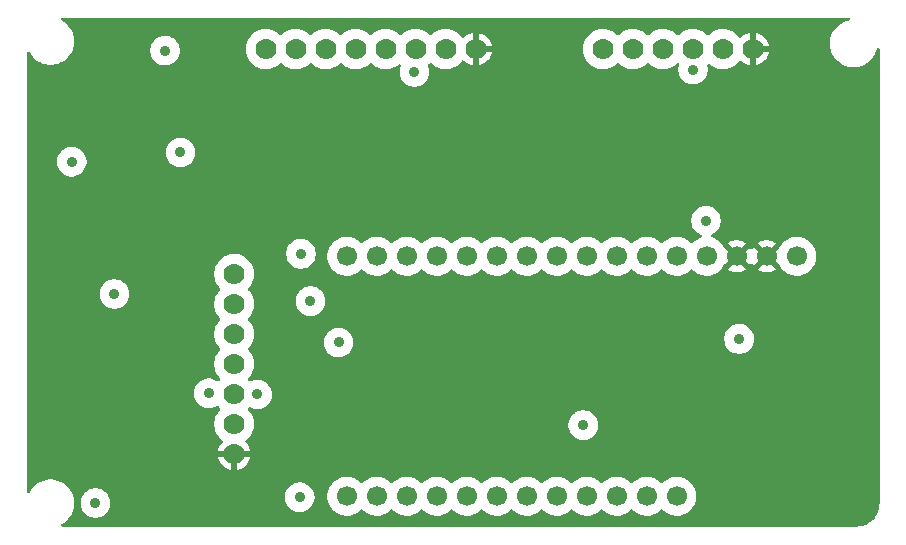
<source format=gbr>
%TF.GenerationSoftware,KiCad,Pcbnew,9.0.7*%
%TF.CreationDate,2026-02-03T16:32:22-08:00*%
%TF.ProjectId,BasicDatalogger,42617369-6344-4617-9461-6c6f67676572,rev?*%
%TF.SameCoordinates,Original*%
%TF.FileFunction,Copper,L1,Top*%
%TF.FilePolarity,Positive*%
%FSLAX46Y46*%
G04 Gerber Fmt 4.6, Leading zero omitted, Abs format (unit mm)*
G04 Created by KiCad (PCBNEW 9.0.7) date 2026-02-03 16:32:22*
%MOMM*%
%LPD*%
G01*
G04 APERTURE LIST*
%TA.AperFunction,ComponentPad*%
%ADD10C,1.700000*%
%TD*%
%TA.AperFunction,ComponentPad*%
%ADD11C,1.778000*%
%TD*%
%TA.AperFunction,ViaPad*%
%ADD12C,0.900000*%
%TD*%
G04 APERTURE END LIST*
D10*
%TO.P,U1,28,VBat*%
%TO.N,unconnected-(U1-VBat-Pad28)*%
X128920000Y-70320000D03*
%TO.P,U1,27,ENABLE*%
%TO.N,unconnected-(U1-ENABLE-Pad27)*%
X126380000Y-70320000D03*
%TO.P,U1,26,Vbus*%
%TO.N,unconnected-(U1-Vbus-Pad26)*%
X123840000Y-70320000D03*
%TO.P,U1,25,D13/GPIO13*%
%TO.N,unconnected-(U1-D13{slash}GPIO13-Pad25)*%
X121300000Y-70320000D03*
%TO.P,U1,24,D12/GPIO12*%
%TO.N,unconnected-(U1-D12{slash}GPIO12-Pad24)*%
X118760000Y-70320000D03*
%TO.P,U1,23,D11/GPIO11*%
%TO.N,unconnected-(U1-D11{slash}GPIO11-Pad23)*%
X116220000Y-70320000D03*
%TO.P,U1,22,D10/GPIO10*%
%TO.N,unconnected-(U1-D10{slash}GPIO10-Pad22)*%
X113680000Y-70320000D03*
%TO.P,U1,21,D9/GPIO9*%
%TO.N,unconnected-(U1-D9{slash}GPIO9-Pad21)*%
X111140000Y-70320000D03*
%TO.P,U1,20,D6/GPIO8*%
%TO.N,unconnected-(U1-D6{slash}GPIO8-Pad20)*%
X108600000Y-70320000D03*
%TO.P,U1,19,D5/GPIO7*%
%TO.N,unconnected-(U1-D5{slash}GPIO7-Pad19)*%
X106060000Y-70320000D03*
%TO.P,U1,18,SCL/GPIO3*%
%TO.N,/SCL*%
X103520000Y-70320000D03*
%TO.P,U1,17,SDA/GPIO2*%
%TO.N,/SDA*%
X100980000Y-70320000D03*
%TO.P,U1,16,D4/GPIO6*%
%TO.N,unconnected-(U1-D4{slash}GPIO6-Pad16)*%
X100980000Y-50000000D03*
%TO.P,U1,15,TX/GPIO0*%
%TO.N,unconnected-(U1-TX{slash}GPIO0-Pad15)*%
X103520000Y-50000000D03*
%TO.P,U1,14,RX/CS/GPIO1*%
%TO.N,/CS*%
X106060000Y-50000000D03*
%TO.P,U1,13,MISO/GPIO20*%
%TO.N,/MISO*%
X108600000Y-50000000D03*
%TO.P,U1,12,MOSI/GPIO19*%
%TO.N,/MOSI*%
X111140000Y-50000000D03*
%TO.P,U1,11,SCK/GPIO18*%
%TO.N,/SCK*%
X113680000Y-50000000D03*
%TO.P,U1,10,D25/GPIO25*%
%TO.N,unconnected-(U1-D25{slash}GPIO25-Pad10)*%
X116220000Y-50000000D03*
%TO.P,U1,9,D24/GPIO24*%
%TO.N,unconnected-(U1-D24{slash}GPIO24-Pad9)*%
X118760000Y-50000000D03*
%TO.P,U1,8,A3/GPIO29*%
%TO.N,unconnected-(U1-A3{slash}GPIO29-Pad8)*%
X121300000Y-50000000D03*
%TO.P,U1,7,A2/GPIO28*%
%TO.N,unconnected-(U1-A2{slash}GPIO28-Pad7)*%
X123840000Y-50000000D03*
%TO.P,U1,6,A1/GPIO27*%
%TO.N,unconnected-(U1-A1{slash}GPIO27-Pad6)*%
X126380000Y-50000000D03*
%TO.P,U1,5,A0/GPIO26*%
%TO.N,unconnected-(U1-A0{slash}GPIO26-Pad5)*%
X128920000Y-50000000D03*
%TO.P,U1,4,GND*%
%TO.N,/GND*%
X131460000Y-50000000D03*
%TO.P,U1,3,3.3V*%
%TO.N,/3V3*%
X134000000Y-50000000D03*
%TO.P,U1,2,3.3V*%
X136540000Y-50000000D03*
%TO.P,U1,1,RESET*%
%TO.N,unconnected-(U1-RESET-Pad1)*%
X139080000Y-50000000D03*
%TD*%
D11*
%TO.P,U4,1,VIN*%
%TO.N,/3V3*%
X91450000Y-66720000D03*
%TO.P,U4,2,3V3*%
%TO.N,unconnected-(U4-3V3-Pad2)*%
X91450000Y-64180000D03*
%TO.P,U4,3,GND*%
%TO.N,/GND*%
X91450000Y-61640000D03*
%TO.P,U4,4,SCK*%
%TO.N,/SCK*%
X91450000Y-59100000D03*
%TO.P,U4,5,MISO*%
%TO.N,/MISO*%
X91450000Y-56560000D03*
%TO.P,U4,6,MOSI*%
%TO.N,/MOSI*%
X91450000Y-54020000D03*
%TO.P,U4,7,CS*%
%TO.N,/CS*%
X91450000Y-51480000D03*
%TD*%
%TO.P,U3,1,VIN*%
%TO.N,/3V3*%
X135350000Y-32450000D03*
%TO.P,U3,2,3Vo*%
%TO.N,unconnected-(U3-3Vo-Pad2)*%
X132810000Y-32450000D03*
%TO.P,U3,3,GND*%
%TO.N,/GND*%
X130270000Y-32450000D03*
%TO.P,U3,4,SCL*%
%TO.N,/SCL*%
X127730000Y-32450000D03*
%TO.P,U3,5,SDA*%
%TO.N,/SDA*%
X125190000Y-32450000D03*
%TO.P,U3,6,INT2*%
%TO.N,unconnected-(U3-INT2-Pad6)*%
X122650000Y-32450000D03*
%TD*%
%TO.P,U2,8,INT*%
%TO.N,unconnected-(U2-INT-Pad8)*%
X94110000Y-32450000D03*
%TO.P,U2,7,CS*%
%TO.N,unconnected-(U2-CS-Pad7)*%
X96650000Y-32450000D03*
%TO.P,U2,6,SDA*%
%TO.N,/SDA*%
X99190000Y-32450000D03*
%TO.P,U2,5,SDO*%
%TO.N,unconnected-(U2-SDO-Pad5)*%
X101730000Y-32450000D03*
%TO.P,U2,4,SCL*%
%TO.N,/SCL*%
X104270000Y-32450000D03*
%TO.P,U2,3,GND*%
%TO.N,/GND*%
X106810000Y-32450000D03*
%TO.P,U2,2,3Vo*%
%TO.N,unconnected-(U2-3Vo-Pad2)*%
X109350000Y-32450000D03*
%TO.P,U2,1,VIN*%
%TO.N,/3V3*%
X111890000Y-32450000D03*
%TD*%
D12*
%TO.N,/GND*%
X93400000Y-61700000D03*
X89300000Y-61600000D03*
X131400000Y-47000000D03*
X130300000Y-34200000D03*
X106700000Y-34400000D03*
X134200000Y-57000000D03*
X79700000Y-70900000D03*
X77700000Y-42000000D03*
X85600000Y-32600000D03*
X100300000Y-57300000D03*
X97000000Y-70400000D03*
X86900000Y-41200000D03*
X81300000Y-53200000D03*
X97100000Y-49800000D03*
X97900000Y-53800000D03*
X121000000Y-64300000D03*
%TD*%
%TA.AperFunction,Conductor*%
%TO.N,/3V3*%
G36*
X143504477Y-29820185D02*
G01*
X143550232Y-29872989D01*
X143560176Y-29942147D01*
X143531151Y-30005703D01*
X143472373Y-30043477D01*
X143469565Y-30044265D01*
X143339859Y-30079020D01*
X143255581Y-30101602D01*
X143255571Y-30101605D01*
X143013309Y-30201953D01*
X143013299Y-30201958D01*
X142786196Y-30333075D01*
X142578148Y-30492718D01*
X142392718Y-30678148D01*
X142233075Y-30886196D01*
X142101958Y-31113299D01*
X142101953Y-31113309D01*
X142001605Y-31355571D01*
X142001602Y-31355581D01*
X141933730Y-31608885D01*
X141899500Y-31868872D01*
X141899500Y-32131127D01*
X141926123Y-32333339D01*
X141933730Y-32391116D01*
X141982365Y-32572624D01*
X142001602Y-32644418D01*
X142001605Y-32644428D01*
X142101953Y-32886690D01*
X142101958Y-32886700D01*
X142233075Y-33113803D01*
X142392718Y-33321851D01*
X142392726Y-33321860D01*
X142578140Y-33507274D01*
X142578148Y-33507281D01*
X142786196Y-33666924D01*
X143013299Y-33798041D01*
X143013309Y-33798046D01*
X143234744Y-33889767D01*
X143255581Y-33898398D01*
X143508884Y-33966270D01*
X143768880Y-34000500D01*
X143768887Y-34000500D01*
X144031113Y-34000500D01*
X144031120Y-34000500D01*
X144291116Y-33966270D01*
X144544419Y-33898398D01*
X144749962Y-33813259D01*
X144786690Y-33798046D01*
X144786691Y-33798045D01*
X144786697Y-33798043D01*
X145013803Y-33666924D01*
X145221851Y-33507282D01*
X145221855Y-33507277D01*
X145221860Y-33507274D01*
X145407274Y-33321860D01*
X145407277Y-33321855D01*
X145407282Y-33321851D01*
X145566924Y-33113803D01*
X145698043Y-32886697D01*
X145798398Y-32644419D01*
X145855725Y-32430467D01*
X145892090Y-32370808D01*
X145954937Y-32340279D01*
X146024312Y-32348574D01*
X146078190Y-32393059D01*
X146099465Y-32459611D01*
X146099500Y-32462562D01*
X146099500Y-70895933D01*
X146099235Y-70904043D01*
X146082925Y-71152883D01*
X146080807Y-71168964D01*
X146032954Y-71409535D01*
X146028756Y-71425202D01*
X145949909Y-71657479D01*
X145943702Y-71672465D01*
X145835212Y-71892460D01*
X145827102Y-71906507D01*
X145690825Y-72110460D01*
X145680951Y-72123328D01*
X145519218Y-72307749D01*
X145507749Y-72319218D01*
X145323328Y-72480951D01*
X145310460Y-72490825D01*
X145106507Y-72627102D01*
X145092460Y-72635212D01*
X144872465Y-72743702D01*
X144857479Y-72749909D01*
X144625202Y-72828756D01*
X144609535Y-72832954D01*
X144368964Y-72880807D01*
X144352883Y-72882925D01*
X144104043Y-72899235D01*
X144095933Y-72899500D01*
X76900538Y-72899500D01*
X76833499Y-72879815D01*
X76787744Y-72827011D01*
X76777800Y-72757853D01*
X76806825Y-72694297D01*
X76838538Y-72668113D01*
X77013803Y-72566924D01*
X77221851Y-72407282D01*
X77221855Y-72407277D01*
X77221860Y-72407274D01*
X77407274Y-72221860D01*
X77407277Y-72221855D01*
X77407282Y-72221851D01*
X77566924Y-72013803D01*
X77698043Y-71786697D01*
X77798398Y-71544419D01*
X77866270Y-71291116D01*
X77900500Y-71031120D01*
X77900500Y-70801577D01*
X78449500Y-70801577D01*
X78449500Y-70998422D01*
X78480290Y-71192826D01*
X78541117Y-71380029D01*
X78587898Y-71471841D01*
X78630476Y-71555405D01*
X78746172Y-71714646D01*
X78885354Y-71853828D01*
X79044595Y-71969524D01*
X79046511Y-71970500D01*
X79219970Y-72058882D01*
X79219972Y-72058882D01*
X79219975Y-72058884D01*
X79320317Y-72091487D01*
X79407173Y-72119709D01*
X79601578Y-72150500D01*
X79601583Y-72150500D01*
X79798422Y-72150500D01*
X79992826Y-72119709D01*
X80021291Y-72110460D01*
X80180025Y-72058884D01*
X80355405Y-71969524D01*
X80514646Y-71853828D01*
X80653828Y-71714646D01*
X80769524Y-71555405D01*
X80858884Y-71380025D01*
X80919709Y-71192826D01*
X80941182Y-71057250D01*
X80950500Y-70998422D01*
X80950500Y-70801577D01*
X80919709Y-70607173D01*
X80884373Y-70498422D01*
X80858884Y-70419975D01*
X80858882Y-70419972D01*
X80858882Y-70419970D01*
X80824762Y-70353006D01*
X80798561Y-70301583D01*
X80798558Y-70301577D01*
X95749500Y-70301577D01*
X95749500Y-70498422D01*
X95780290Y-70692826D01*
X95841117Y-70880029D01*
X95901439Y-70998417D01*
X95930476Y-71055405D01*
X96046172Y-71214646D01*
X96185354Y-71353828D01*
X96344595Y-71469524D01*
X96427455Y-71511743D01*
X96519970Y-71558882D01*
X96519972Y-71558882D01*
X96519975Y-71558884D01*
X96620317Y-71591487D01*
X96707173Y-71619709D01*
X96901578Y-71650500D01*
X96901583Y-71650500D01*
X97098422Y-71650500D01*
X97292826Y-71619709D01*
X97480025Y-71558884D01*
X97655405Y-71469524D01*
X97814646Y-71353828D01*
X97953828Y-71214646D01*
X98069524Y-71055405D01*
X98158884Y-70880025D01*
X98219709Y-70692826D01*
X98250500Y-70498422D01*
X98250500Y-70301577D01*
X98235145Y-70204629D01*
X98232843Y-70190097D01*
X99329500Y-70190097D01*
X99329500Y-70449902D01*
X99370140Y-70706493D01*
X99450422Y-70953576D01*
X99531534Y-71112764D01*
X99560169Y-71168964D01*
X99568368Y-71185054D01*
X99721066Y-71395225D01*
X99721069Y-71395229D01*
X99904771Y-71578931D01*
X100114949Y-71731634D01*
X100212777Y-71781480D01*
X100346423Y-71849577D01*
X100346425Y-71849577D01*
X100346428Y-71849579D01*
X100593507Y-71929860D01*
X100725706Y-71950797D01*
X100850098Y-71970500D01*
X100850103Y-71970500D01*
X101109902Y-71970500D01*
X101223298Y-71952539D01*
X101366493Y-71929860D01*
X101613572Y-71849579D01*
X101845051Y-71731634D01*
X102055229Y-71578931D01*
X102162319Y-71471841D01*
X102223642Y-71438356D01*
X102293334Y-71443340D01*
X102337681Y-71471841D01*
X102444771Y-71578931D01*
X102654949Y-71731634D01*
X102752777Y-71781480D01*
X102886423Y-71849577D01*
X102886425Y-71849577D01*
X102886428Y-71849579D01*
X103133507Y-71929860D01*
X103265706Y-71950797D01*
X103390098Y-71970500D01*
X103390103Y-71970500D01*
X103649902Y-71970500D01*
X103763298Y-71952539D01*
X103906493Y-71929860D01*
X104153572Y-71849579D01*
X104385051Y-71731634D01*
X104595229Y-71578931D01*
X104702319Y-71471841D01*
X104763642Y-71438356D01*
X104833334Y-71443340D01*
X104877681Y-71471841D01*
X104984771Y-71578931D01*
X105194949Y-71731634D01*
X105292777Y-71781480D01*
X105426423Y-71849577D01*
X105426425Y-71849577D01*
X105426428Y-71849579D01*
X105673507Y-71929860D01*
X105805706Y-71950797D01*
X105930098Y-71970500D01*
X105930103Y-71970500D01*
X106189902Y-71970500D01*
X106303298Y-71952539D01*
X106446493Y-71929860D01*
X106693572Y-71849579D01*
X106925051Y-71731634D01*
X107135229Y-71578931D01*
X107242319Y-71471841D01*
X107303642Y-71438356D01*
X107373334Y-71443340D01*
X107417681Y-71471841D01*
X107524771Y-71578931D01*
X107734949Y-71731634D01*
X107832777Y-71781480D01*
X107966423Y-71849577D01*
X107966425Y-71849577D01*
X107966428Y-71849579D01*
X108213507Y-71929860D01*
X108345706Y-71950797D01*
X108470098Y-71970500D01*
X108470103Y-71970500D01*
X108729902Y-71970500D01*
X108843298Y-71952539D01*
X108986493Y-71929860D01*
X109233572Y-71849579D01*
X109465051Y-71731634D01*
X109675229Y-71578931D01*
X109782319Y-71471841D01*
X109843642Y-71438356D01*
X109913334Y-71443340D01*
X109957681Y-71471841D01*
X110064771Y-71578931D01*
X110274949Y-71731634D01*
X110372777Y-71781480D01*
X110506423Y-71849577D01*
X110506425Y-71849577D01*
X110506428Y-71849579D01*
X110753507Y-71929860D01*
X110885706Y-71950797D01*
X111010098Y-71970500D01*
X111010103Y-71970500D01*
X111269902Y-71970500D01*
X111383298Y-71952539D01*
X111526493Y-71929860D01*
X111773572Y-71849579D01*
X112005051Y-71731634D01*
X112215229Y-71578931D01*
X112322319Y-71471841D01*
X112383642Y-71438356D01*
X112453334Y-71443340D01*
X112497681Y-71471841D01*
X112604771Y-71578931D01*
X112814949Y-71731634D01*
X112912777Y-71781480D01*
X113046423Y-71849577D01*
X113046425Y-71849577D01*
X113046428Y-71849579D01*
X113293507Y-71929860D01*
X113425706Y-71950797D01*
X113550098Y-71970500D01*
X113550103Y-71970500D01*
X113809902Y-71970500D01*
X113923298Y-71952539D01*
X114066493Y-71929860D01*
X114313572Y-71849579D01*
X114545051Y-71731634D01*
X114755229Y-71578931D01*
X114862319Y-71471841D01*
X114923642Y-71438356D01*
X114993334Y-71443340D01*
X115037681Y-71471841D01*
X115144771Y-71578931D01*
X115354949Y-71731634D01*
X115452777Y-71781480D01*
X115586423Y-71849577D01*
X115586425Y-71849577D01*
X115586428Y-71849579D01*
X115833507Y-71929860D01*
X115965706Y-71950797D01*
X116090098Y-71970500D01*
X116090103Y-71970500D01*
X116349902Y-71970500D01*
X116463298Y-71952539D01*
X116606493Y-71929860D01*
X116853572Y-71849579D01*
X117085051Y-71731634D01*
X117295229Y-71578931D01*
X117402319Y-71471841D01*
X117463642Y-71438356D01*
X117533334Y-71443340D01*
X117577681Y-71471841D01*
X117684771Y-71578931D01*
X117894949Y-71731634D01*
X117992777Y-71781480D01*
X118126423Y-71849577D01*
X118126425Y-71849577D01*
X118126428Y-71849579D01*
X118373507Y-71929860D01*
X118505706Y-71950797D01*
X118630098Y-71970500D01*
X118630103Y-71970500D01*
X118889902Y-71970500D01*
X119003298Y-71952539D01*
X119146493Y-71929860D01*
X119393572Y-71849579D01*
X119625051Y-71731634D01*
X119835229Y-71578931D01*
X119942319Y-71471841D01*
X120003642Y-71438356D01*
X120073334Y-71443340D01*
X120117681Y-71471841D01*
X120224771Y-71578931D01*
X120434949Y-71731634D01*
X120532777Y-71781480D01*
X120666423Y-71849577D01*
X120666425Y-71849577D01*
X120666428Y-71849579D01*
X120913507Y-71929860D01*
X121045706Y-71950797D01*
X121170098Y-71970500D01*
X121170103Y-71970500D01*
X121429902Y-71970500D01*
X121543298Y-71952539D01*
X121686493Y-71929860D01*
X121933572Y-71849579D01*
X122165051Y-71731634D01*
X122375229Y-71578931D01*
X122482319Y-71471841D01*
X122543642Y-71438356D01*
X122613334Y-71443340D01*
X122657681Y-71471841D01*
X122764771Y-71578931D01*
X122974949Y-71731634D01*
X123072777Y-71781480D01*
X123206423Y-71849577D01*
X123206425Y-71849577D01*
X123206428Y-71849579D01*
X123453507Y-71929860D01*
X123585706Y-71950797D01*
X123710098Y-71970500D01*
X123710103Y-71970500D01*
X123969902Y-71970500D01*
X124083298Y-71952539D01*
X124226493Y-71929860D01*
X124473572Y-71849579D01*
X124705051Y-71731634D01*
X124915229Y-71578931D01*
X125022319Y-71471841D01*
X125083642Y-71438356D01*
X125153334Y-71443340D01*
X125197681Y-71471841D01*
X125304771Y-71578931D01*
X125514949Y-71731634D01*
X125612777Y-71781480D01*
X125746423Y-71849577D01*
X125746425Y-71849577D01*
X125746428Y-71849579D01*
X125993507Y-71929860D01*
X126125706Y-71950797D01*
X126250098Y-71970500D01*
X126250103Y-71970500D01*
X126509902Y-71970500D01*
X126623298Y-71952539D01*
X126766493Y-71929860D01*
X127013572Y-71849579D01*
X127245051Y-71731634D01*
X127455229Y-71578931D01*
X127562319Y-71471841D01*
X127623642Y-71438356D01*
X127693334Y-71443340D01*
X127737681Y-71471841D01*
X127844771Y-71578931D01*
X128054949Y-71731634D01*
X128152777Y-71781480D01*
X128286423Y-71849577D01*
X128286425Y-71849577D01*
X128286428Y-71849579D01*
X128533507Y-71929860D01*
X128665706Y-71950797D01*
X128790098Y-71970500D01*
X128790103Y-71970500D01*
X129049902Y-71970500D01*
X129163298Y-71952539D01*
X129306493Y-71929860D01*
X129553572Y-71849579D01*
X129785051Y-71731634D01*
X129995229Y-71578931D01*
X130178931Y-71395229D01*
X130331634Y-71185051D01*
X130449579Y-70953572D01*
X130529860Y-70706493D01*
X130552539Y-70563298D01*
X130570500Y-70449902D01*
X130570500Y-70190097D01*
X130542498Y-70013303D01*
X130529860Y-69933507D01*
X130449579Y-69686428D01*
X130449577Y-69686425D01*
X130449577Y-69686423D01*
X130394403Y-69578140D01*
X130331634Y-69454949D01*
X130178931Y-69244771D01*
X129995229Y-69061069D01*
X129785051Y-68908366D01*
X129712764Y-68871534D01*
X129553576Y-68790422D01*
X129306493Y-68710140D01*
X129049902Y-68669500D01*
X129049897Y-68669500D01*
X128790103Y-68669500D01*
X128790098Y-68669500D01*
X128533506Y-68710140D01*
X128286423Y-68790422D01*
X128054945Y-68908368D01*
X127844774Y-69061066D01*
X127844768Y-69061071D01*
X127737681Y-69168159D01*
X127676358Y-69201644D01*
X127606666Y-69196660D01*
X127562319Y-69168159D01*
X127455231Y-69061071D01*
X127455225Y-69061066D01*
X127245054Y-68908368D01*
X127245053Y-68908367D01*
X127245051Y-68908366D01*
X127172764Y-68871534D01*
X127013576Y-68790422D01*
X126766493Y-68710140D01*
X126509902Y-68669500D01*
X126509897Y-68669500D01*
X126250103Y-68669500D01*
X126250098Y-68669500D01*
X125993506Y-68710140D01*
X125746423Y-68790422D01*
X125514945Y-68908368D01*
X125304774Y-69061066D01*
X125304768Y-69061071D01*
X125197681Y-69168159D01*
X125136358Y-69201644D01*
X125066666Y-69196660D01*
X125022319Y-69168159D01*
X124915231Y-69061071D01*
X124915225Y-69061066D01*
X124705054Y-68908368D01*
X124705053Y-68908367D01*
X124705051Y-68908366D01*
X124632764Y-68871534D01*
X124473576Y-68790422D01*
X124226493Y-68710140D01*
X123969902Y-68669500D01*
X123969897Y-68669500D01*
X123710103Y-68669500D01*
X123710098Y-68669500D01*
X123453506Y-68710140D01*
X123206423Y-68790422D01*
X122974945Y-68908368D01*
X122764774Y-69061066D01*
X122764768Y-69061071D01*
X122657681Y-69168159D01*
X122596358Y-69201644D01*
X122526666Y-69196660D01*
X122482319Y-69168159D01*
X122375231Y-69061071D01*
X122375225Y-69061066D01*
X122165054Y-68908368D01*
X122165053Y-68908367D01*
X122165051Y-68908366D01*
X122092764Y-68871534D01*
X121933576Y-68790422D01*
X121686493Y-68710140D01*
X121429902Y-68669500D01*
X121429897Y-68669500D01*
X121170103Y-68669500D01*
X121170098Y-68669500D01*
X120913506Y-68710140D01*
X120666423Y-68790422D01*
X120434945Y-68908368D01*
X120224774Y-69061066D01*
X120224768Y-69061071D01*
X120117681Y-69168159D01*
X120056358Y-69201644D01*
X119986666Y-69196660D01*
X119942319Y-69168159D01*
X119835231Y-69061071D01*
X119835225Y-69061066D01*
X119625054Y-68908368D01*
X119625053Y-68908367D01*
X119625051Y-68908366D01*
X119552764Y-68871534D01*
X119393576Y-68790422D01*
X119146493Y-68710140D01*
X118889902Y-68669500D01*
X118889897Y-68669500D01*
X118630103Y-68669500D01*
X118630098Y-68669500D01*
X118373506Y-68710140D01*
X118126423Y-68790422D01*
X117894945Y-68908368D01*
X117684774Y-69061066D01*
X117684768Y-69061071D01*
X117577681Y-69168159D01*
X117516358Y-69201644D01*
X117446666Y-69196660D01*
X117402319Y-69168159D01*
X117295231Y-69061071D01*
X117295225Y-69061066D01*
X117085054Y-68908368D01*
X117085053Y-68908367D01*
X117085051Y-68908366D01*
X117012764Y-68871534D01*
X116853576Y-68790422D01*
X116606493Y-68710140D01*
X116349902Y-68669500D01*
X116349897Y-68669500D01*
X116090103Y-68669500D01*
X116090098Y-68669500D01*
X115833506Y-68710140D01*
X115586423Y-68790422D01*
X115354945Y-68908368D01*
X115144774Y-69061066D01*
X115144768Y-69061071D01*
X115037681Y-69168159D01*
X114976358Y-69201644D01*
X114906666Y-69196660D01*
X114862319Y-69168159D01*
X114755231Y-69061071D01*
X114755225Y-69061066D01*
X114545054Y-68908368D01*
X114545053Y-68908367D01*
X114545051Y-68908366D01*
X114472764Y-68871534D01*
X114313576Y-68790422D01*
X114066493Y-68710140D01*
X113809902Y-68669500D01*
X113809897Y-68669500D01*
X113550103Y-68669500D01*
X113550098Y-68669500D01*
X113293506Y-68710140D01*
X113046423Y-68790422D01*
X112814945Y-68908368D01*
X112604774Y-69061066D01*
X112604768Y-69061071D01*
X112497681Y-69168159D01*
X112436358Y-69201644D01*
X112366666Y-69196660D01*
X112322319Y-69168159D01*
X112215231Y-69061071D01*
X112215225Y-69061066D01*
X112005054Y-68908368D01*
X112005053Y-68908367D01*
X112005051Y-68908366D01*
X111932764Y-68871534D01*
X111773576Y-68790422D01*
X111526493Y-68710140D01*
X111269902Y-68669500D01*
X111269897Y-68669500D01*
X111010103Y-68669500D01*
X111010098Y-68669500D01*
X110753506Y-68710140D01*
X110506423Y-68790422D01*
X110274945Y-68908368D01*
X110064774Y-69061066D01*
X110064768Y-69061071D01*
X109957681Y-69168159D01*
X109896358Y-69201644D01*
X109826666Y-69196660D01*
X109782319Y-69168159D01*
X109675231Y-69061071D01*
X109675225Y-69061066D01*
X109465054Y-68908368D01*
X109465053Y-68908367D01*
X109465051Y-68908366D01*
X109392764Y-68871534D01*
X109233576Y-68790422D01*
X108986493Y-68710140D01*
X108729902Y-68669500D01*
X108729897Y-68669500D01*
X108470103Y-68669500D01*
X108470098Y-68669500D01*
X108213506Y-68710140D01*
X107966423Y-68790422D01*
X107734945Y-68908368D01*
X107524774Y-69061066D01*
X107524768Y-69061071D01*
X107417681Y-69168159D01*
X107356358Y-69201644D01*
X107286666Y-69196660D01*
X107242319Y-69168159D01*
X107135231Y-69061071D01*
X107135225Y-69061066D01*
X106925054Y-68908368D01*
X106925053Y-68908367D01*
X106925051Y-68908366D01*
X106852764Y-68871534D01*
X106693576Y-68790422D01*
X106446493Y-68710140D01*
X106189902Y-68669500D01*
X106189897Y-68669500D01*
X105930103Y-68669500D01*
X105930098Y-68669500D01*
X105673506Y-68710140D01*
X105426423Y-68790422D01*
X105194945Y-68908368D01*
X104984774Y-69061066D01*
X104984768Y-69061071D01*
X104877681Y-69168159D01*
X104816358Y-69201644D01*
X104746666Y-69196660D01*
X104702319Y-69168159D01*
X104595231Y-69061071D01*
X104595225Y-69061066D01*
X104385054Y-68908368D01*
X104385053Y-68908367D01*
X104385051Y-68908366D01*
X104312764Y-68871534D01*
X104153576Y-68790422D01*
X103906493Y-68710140D01*
X103649902Y-68669500D01*
X103649897Y-68669500D01*
X103390103Y-68669500D01*
X103390098Y-68669500D01*
X103133506Y-68710140D01*
X102886423Y-68790422D01*
X102654945Y-68908368D01*
X102444774Y-69061066D01*
X102444768Y-69061071D01*
X102337681Y-69168159D01*
X102276358Y-69201644D01*
X102206666Y-69196660D01*
X102162319Y-69168159D01*
X102055231Y-69061071D01*
X102055225Y-69061066D01*
X101845054Y-68908368D01*
X101845053Y-68908367D01*
X101845051Y-68908366D01*
X101772764Y-68871534D01*
X101613576Y-68790422D01*
X101366493Y-68710140D01*
X101109902Y-68669500D01*
X101109897Y-68669500D01*
X100850103Y-68669500D01*
X100850098Y-68669500D01*
X100593506Y-68710140D01*
X100346423Y-68790422D01*
X100114945Y-68908368D01*
X99904774Y-69061066D01*
X99904768Y-69061071D01*
X99721071Y-69244768D01*
X99721066Y-69244774D01*
X99568368Y-69454945D01*
X99450422Y-69686423D01*
X99370140Y-69933506D01*
X99329500Y-70190097D01*
X98232843Y-70190097D01*
X98219709Y-70107173D01*
X98172364Y-69961462D01*
X98158884Y-69919975D01*
X98158882Y-69919972D01*
X98158882Y-69919970D01*
X98090721Y-69786197D01*
X98069524Y-69744595D01*
X97953828Y-69585354D01*
X97814646Y-69446172D01*
X97655405Y-69330476D01*
X97480029Y-69241117D01*
X97292826Y-69180290D01*
X97098422Y-69149500D01*
X97098417Y-69149500D01*
X96901583Y-69149500D01*
X96901578Y-69149500D01*
X96707173Y-69180290D01*
X96519970Y-69241117D01*
X96344594Y-69330476D01*
X96258927Y-69392718D01*
X96185354Y-69446172D01*
X96185352Y-69446174D01*
X96185351Y-69446174D01*
X96046174Y-69585351D01*
X96046174Y-69585352D01*
X96046172Y-69585354D01*
X95999567Y-69649500D01*
X95930476Y-69744594D01*
X95841117Y-69919970D01*
X95780290Y-70107173D01*
X95749500Y-70301577D01*
X80798558Y-70301577D01*
X80769524Y-70244595D01*
X80653828Y-70085354D01*
X80514646Y-69946172D01*
X80355405Y-69830476D01*
X80180029Y-69741117D01*
X79992826Y-69680290D01*
X79798422Y-69649500D01*
X79798417Y-69649500D01*
X79601583Y-69649500D01*
X79601578Y-69649500D01*
X79407173Y-69680290D01*
X79219970Y-69741117D01*
X79044594Y-69830476D01*
X78953741Y-69896485D01*
X78885354Y-69946172D01*
X78885352Y-69946174D01*
X78885351Y-69946174D01*
X78746174Y-70085351D01*
X78746174Y-70085352D01*
X78746172Y-70085354D01*
X78730319Y-70107174D01*
X78630476Y-70244594D01*
X78541117Y-70419970D01*
X78480290Y-70607173D01*
X78449500Y-70801577D01*
X77900500Y-70801577D01*
X77900500Y-70768880D01*
X77866270Y-70508884D01*
X77798398Y-70255581D01*
X77798394Y-70255571D01*
X77698046Y-70013309D01*
X77698041Y-70013299D01*
X77566924Y-69786196D01*
X77444424Y-69626554D01*
X77407282Y-69578149D01*
X77407281Y-69578148D01*
X77407274Y-69578140D01*
X77221860Y-69392726D01*
X77221851Y-69392718D01*
X77013803Y-69233075D01*
X76786700Y-69101958D01*
X76786690Y-69101953D01*
X76544428Y-69001605D01*
X76544421Y-69001603D01*
X76544419Y-69001602D01*
X76291116Y-68933730D01*
X76233339Y-68926123D01*
X76031127Y-68899500D01*
X76031120Y-68899500D01*
X75768880Y-68899500D01*
X75768872Y-68899500D01*
X75537772Y-68929926D01*
X75508884Y-68933730D01*
X75255581Y-69001602D01*
X75255571Y-69001605D01*
X75013309Y-69101953D01*
X75013299Y-69101958D01*
X74786196Y-69233075D01*
X74578148Y-69392718D01*
X74392718Y-69578148D01*
X74233075Y-69786196D01*
X74131887Y-69961462D01*
X74081320Y-70009677D01*
X74012713Y-70022901D01*
X73947849Y-69996933D01*
X73907320Y-69940019D01*
X73900500Y-69899462D01*
X73900500Y-61501577D01*
X88049500Y-61501577D01*
X88049500Y-61698422D01*
X88080290Y-61892826D01*
X88141117Y-62080029D01*
X88192068Y-62180025D01*
X88230476Y-62255405D01*
X88346172Y-62414646D01*
X88485354Y-62553828D01*
X88644595Y-62669524D01*
X88727455Y-62711743D01*
X88819970Y-62758882D01*
X88819972Y-62758882D01*
X88819975Y-62758884D01*
X88909569Y-62787995D01*
X89007173Y-62819709D01*
X89201578Y-62850500D01*
X89201583Y-62850500D01*
X89398422Y-62850500D01*
X89592826Y-62819709D01*
X89780025Y-62758884D01*
X89955405Y-62669524D01*
X89957193Y-62668224D01*
X89957984Y-62667941D01*
X89959551Y-62666982D01*
X89959752Y-62667310D01*
X89960007Y-62667219D01*
X89961943Y-62664938D01*
X89992695Y-62655552D01*
X90022992Y-62644738D01*
X90025907Y-62645415D01*
X90028770Y-62644542D01*
X90059726Y-62653275D01*
X90091048Y-62660555D01*
X90094004Y-62662946D01*
X90096014Y-62663513D01*
X90106441Y-62673004D01*
X90122932Y-62686341D01*
X90125822Y-62689606D01*
X90177041Y-62756355D01*
X90245667Y-62824981D01*
X90248168Y-62827806D01*
X90261481Y-62856157D01*
X90276489Y-62883642D01*
X90276211Y-62887526D01*
X90277866Y-62891050D01*
X90273739Y-62922088D01*
X90271505Y-62953334D01*
X90269084Y-62957099D01*
X90268658Y-62960310D01*
X90261901Y-62968277D01*
X90243004Y-62997681D01*
X90177045Y-63063639D01*
X90177039Y-63063646D01*
X90042224Y-63239341D01*
X90042213Y-63239357D01*
X89931485Y-63431142D01*
X89931480Y-63431153D01*
X89846729Y-63635760D01*
X89789408Y-63849688D01*
X89760500Y-64069256D01*
X89760500Y-64290743D01*
X89789408Y-64510311D01*
X89846729Y-64724239D01*
X89931480Y-64928846D01*
X89931485Y-64928857D01*
X90042213Y-65120642D01*
X90042224Y-65120658D01*
X90177039Y-65296353D01*
X90177045Y-65296360D01*
X90333639Y-65452954D01*
X90333646Y-65452960D01*
X90458579Y-65548824D01*
X90499782Y-65605252D01*
X90503937Y-65674998D01*
X90470775Y-65734880D01*
X90390528Y-65815128D01*
X90390524Y-65815133D01*
X90262023Y-65992001D01*
X90162762Y-66186808D01*
X90162761Y-66186811D01*
X90095201Y-66394741D01*
X90083282Y-66470000D01*
X91016988Y-66470000D01*
X90984075Y-66527007D01*
X90950000Y-66654174D01*
X90950000Y-66785826D01*
X90984075Y-66912993D01*
X91016988Y-66970000D01*
X90083282Y-66970000D01*
X90095201Y-67045258D01*
X90162761Y-67253188D01*
X90162762Y-67253191D01*
X90262023Y-67447998D01*
X90390524Y-67624866D01*
X90390528Y-67624871D01*
X90545128Y-67779471D01*
X90545133Y-67779475D01*
X90722001Y-67907976D01*
X90916808Y-68007237D01*
X90916811Y-68007238D01*
X91124739Y-68074797D01*
X91199999Y-68086717D01*
X91200000Y-68086717D01*
X91200000Y-67153012D01*
X91257007Y-67185925D01*
X91384174Y-67220000D01*
X91515826Y-67220000D01*
X91642993Y-67185925D01*
X91700000Y-67153012D01*
X91700000Y-68086717D01*
X91775258Y-68074797D01*
X91775261Y-68074797D01*
X91983188Y-68007238D01*
X91983191Y-68007237D01*
X92177998Y-67907976D01*
X92354866Y-67779475D01*
X92354871Y-67779471D01*
X92509471Y-67624871D01*
X92509475Y-67624866D01*
X92637976Y-67447998D01*
X92737237Y-67253191D01*
X92737238Y-67253188D01*
X92804798Y-67045258D01*
X92816718Y-66970000D01*
X91883012Y-66970000D01*
X91915925Y-66912993D01*
X91950000Y-66785826D01*
X91950000Y-66654174D01*
X91915925Y-66527007D01*
X91883012Y-66470000D01*
X92816718Y-66470000D01*
X92804798Y-66394741D01*
X92737238Y-66186811D01*
X92737237Y-66186808D01*
X92637976Y-65992001D01*
X92509475Y-65815133D01*
X92509471Y-65815128D01*
X92429225Y-65734882D01*
X92395740Y-65673559D01*
X92400724Y-65603867D01*
X92441420Y-65548825D01*
X92466863Y-65529301D01*
X92566355Y-65452959D01*
X92722959Y-65296355D01*
X92857782Y-65120650D01*
X92968518Y-64928850D01*
X93053271Y-64724237D01*
X93110592Y-64510312D01*
X93139500Y-64290736D01*
X93139500Y-64201577D01*
X119749500Y-64201577D01*
X119749500Y-64398422D01*
X119780290Y-64592826D01*
X119841117Y-64780029D01*
X119916949Y-64928857D01*
X119930476Y-64955405D01*
X120046172Y-65114646D01*
X120185354Y-65253828D01*
X120344595Y-65369524D01*
X120427455Y-65411743D01*
X120519970Y-65458882D01*
X120519972Y-65458882D01*
X120519975Y-65458884D01*
X120620317Y-65491487D01*
X120707173Y-65519709D01*
X120901578Y-65550500D01*
X120901583Y-65550500D01*
X121098422Y-65550500D01*
X121292826Y-65519709D01*
X121480025Y-65458884D01*
X121655405Y-65369524D01*
X121814646Y-65253828D01*
X121953828Y-65114646D01*
X122069524Y-64955405D01*
X122158884Y-64780025D01*
X122219709Y-64592826D01*
X122232778Y-64510311D01*
X122250500Y-64398422D01*
X122250500Y-64201577D01*
X122219709Y-64007173D01*
X122158882Y-63819970D01*
X122069523Y-63644594D01*
X122063105Y-63635760D01*
X121953828Y-63485354D01*
X121814646Y-63346172D01*
X121655405Y-63230476D01*
X121480029Y-63141117D01*
X121292826Y-63080290D01*
X121098422Y-63049500D01*
X121098417Y-63049500D01*
X120901583Y-63049500D01*
X120901578Y-63049500D01*
X120707173Y-63080290D01*
X120519970Y-63141117D01*
X120344594Y-63230476D01*
X120332371Y-63239357D01*
X120185354Y-63346172D01*
X120185352Y-63346174D01*
X120185351Y-63346174D01*
X120046174Y-63485351D01*
X120046174Y-63485352D01*
X120046172Y-63485354D01*
X119996485Y-63553741D01*
X119930476Y-63644594D01*
X119841117Y-63819970D01*
X119780290Y-64007173D01*
X119749500Y-64201577D01*
X93139500Y-64201577D01*
X93139500Y-64069264D01*
X93110592Y-63849688D01*
X93053271Y-63635763D01*
X92968518Y-63431150D01*
X92968516Y-63431147D01*
X92968514Y-63431142D01*
X92857786Y-63239357D01*
X92857782Y-63239350D01*
X92722959Y-63063645D01*
X92722954Y-63063639D01*
X92656995Y-62997680D01*
X92652656Y-62989734D01*
X92645409Y-62984309D01*
X92636174Y-62959549D01*
X92623510Y-62936357D01*
X92624155Y-62927327D01*
X92620992Y-62918845D01*
X92626608Y-62893024D01*
X92628494Y-62866665D01*
X92634312Y-62857611D01*
X92635844Y-62850572D01*
X92656992Y-62822321D01*
X92657835Y-62821478D01*
X92719156Y-62787995D01*
X92788848Y-62792979D01*
X92801809Y-62798676D01*
X92919970Y-62858882D01*
X92919972Y-62858882D01*
X92919975Y-62858884D01*
X93018971Y-62891050D01*
X93107173Y-62919709D01*
X93301578Y-62950500D01*
X93301583Y-62950500D01*
X93498422Y-62950500D01*
X93692826Y-62919709D01*
X93722707Y-62910000D01*
X93880025Y-62858884D01*
X94055405Y-62769524D01*
X94214646Y-62653828D01*
X94353828Y-62514646D01*
X94469524Y-62355405D01*
X94558884Y-62180025D01*
X94619709Y-61992826D01*
X94650500Y-61798422D01*
X94650500Y-61601577D01*
X94619709Y-61407173D01*
X94587217Y-61307174D01*
X94558884Y-61219975D01*
X94558882Y-61219972D01*
X94558882Y-61219970D01*
X94469523Y-61044594D01*
X94353828Y-60885354D01*
X94214646Y-60746172D01*
X94055405Y-60630476D01*
X93880029Y-60541117D01*
X93692826Y-60480290D01*
X93498422Y-60449500D01*
X93498417Y-60449500D01*
X93301583Y-60449500D01*
X93301578Y-60449500D01*
X93107172Y-60480291D01*
X93107169Y-60480291D01*
X92919978Y-60541114D01*
X92919975Y-60541115D01*
X92879860Y-60561554D01*
X92854770Y-60566265D01*
X92830731Y-60574861D01*
X92821004Y-60572606D01*
X92811190Y-60574449D01*
X92787534Y-60564847D01*
X92762666Y-60559082D01*
X92753296Y-60550949D01*
X92746451Y-60548171D01*
X92734702Y-60537548D01*
X92729620Y-60532325D01*
X92722959Y-60523645D01*
X92656390Y-60457076D01*
X92655810Y-60456480D01*
X92639861Y-60426303D01*
X92623510Y-60396359D01*
X92623572Y-60395484D01*
X92623162Y-60394708D01*
X92626062Y-60360671D01*
X92628494Y-60326667D01*
X92629030Y-60325831D01*
X92629094Y-60325090D01*
X92631593Y-60321844D01*
X92656993Y-60282320D01*
X92722959Y-60216355D01*
X92857782Y-60040650D01*
X92968518Y-59848850D01*
X93053271Y-59644237D01*
X93110592Y-59430312D01*
X93139500Y-59210736D01*
X93139500Y-58989264D01*
X93110592Y-58769688D01*
X93053271Y-58555763D01*
X92968518Y-58351150D01*
X92968516Y-58351147D01*
X92968514Y-58351142D01*
X92857786Y-58159357D01*
X92857782Y-58159350D01*
X92823480Y-58114647D01*
X92722961Y-57983647D01*
X92693139Y-57953825D01*
X92656993Y-57917679D01*
X92623510Y-57856359D01*
X92628494Y-57786667D01*
X92656993Y-57742320D01*
X92722959Y-57676355D01*
X92857782Y-57500650D01*
X92968518Y-57308850D01*
X92980889Y-57278983D01*
X93012952Y-57201577D01*
X99049500Y-57201577D01*
X99049500Y-57398422D01*
X99080290Y-57592826D01*
X99141117Y-57780029D01*
X99188659Y-57873334D01*
X99230476Y-57955405D01*
X99346172Y-58114646D01*
X99485354Y-58253828D01*
X99644595Y-58369524D01*
X99727455Y-58411743D01*
X99819970Y-58458882D01*
X99819972Y-58458882D01*
X99819975Y-58458884D01*
X99920317Y-58491487D01*
X100007173Y-58519709D01*
X100201578Y-58550500D01*
X100201583Y-58550500D01*
X100398422Y-58550500D01*
X100592826Y-58519709D01*
X100780025Y-58458884D01*
X100955405Y-58369524D01*
X101114646Y-58253828D01*
X101253828Y-58114646D01*
X101369524Y-57955405D01*
X101458884Y-57780025D01*
X101519709Y-57592826D01*
X101534308Y-57500650D01*
X101550500Y-57398422D01*
X101550500Y-57201577D01*
X101519709Y-57007173D01*
X101496268Y-56935030D01*
X101485398Y-56901577D01*
X132949500Y-56901577D01*
X132949500Y-57098422D01*
X132980290Y-57292826D01*
X133041117Y-57480029D01*
X133130476Y-57655405D01*
X133246172Y-57814646D01*
X133385354Y-57953828D01*
X133544595Y-58069524D01*
X133627455Y-58111743D01*
X133719970Y-58158882D01*
X133719972Y-58158882D01*
X133719975Y-58158884D01*
X133820317Y-58191487D01*
X133907173Y-58219709D01*
X134101578Y-58250500D01*
X134101583Y-58250500D01*
X134298422Y-58250500D01*
X134492826Y-58219709D01*
X134680025Y-58158884D01*
X134855405Y-58069524D01*
X135014646Y-57953828D01*
X135153828Y-57814646D01*
X135269524Y-57655405D01*
X135358884Y-57480025D01*
X135419709Y-57292826D01*
X135450500Y-57098422D01*
X135450500Y-56901577D01*
X135419709Y-56707173D01*
X135358882Y-56519970D01*
X135311743Y-56427455D01*
X135269524Y-56344595D01*
X135153828Y-56185354D01*
X135014646Y-56046172D01*
X134855405Y-55930476D01*
X134680029Y-55841117D01*
X134492826Y-55780290D01*
X134298422Y-55749500D01*
X134298417Y-55749500D01*
X134101583Y-55749500D01*
X134101578Y-55749500D01*
X133907173Y-55780290D01*
X133719970Y-55841117D01*
X133544594Y-55930476D01*
X133453741Y-55996485D01*
X133385354Y-56046172D01*
X133385352Y-56046174D01*
X133385351Y-56046174D01*
X133246174Y-56185351D01*
X133246174Y-56185352D01*
X133246172Y-56185354D01*
X133213961Y-56229688D01*
X133130476Y-56344594D01*
X133041117Y-56519970D01*
X132980290Y-56707173D01*
X132949500Y-56901577D01*
X101485398Y-56901577D01*
X101458882Y-56819970D01*
X101369523Y-56644594D01*
X101253828Y-56485354D01*
X101114646Y-56346172D01*
X100955405Y-56230476D01*
X100953858Y-56229688D01*
X100780029Y-56141117D01*
X100592826Y-56080290D01*
X100398422Y-56049500D01*
X100398417Y-56049500D01*
X100201583Y-56049500D01*
X100201578Y-56049500D01*
X100007173Y-56080290D01*
X99819970Y-56141117D01*
X99644594Y-56230476D01*
X99553741Y-56296485D01*
X99485354Y-56346172D01*
X99485352Y-56346174D01*
X99485351Y-56346174D01*
X99346174Y-56485351D01*
X99346174Y-56485352D01*
X99346172Y-56485354D01*
X99296485Y-56553741D01*
X99230476Y-56644594D01*
X99141117Y-56819970D01*
X99080290Y-57007173D01*
X99049500Y-57201577D01*
X93012952Y-57201577D01*
X93034623Y-57149259D01*
X93034623Y-57149258D01*
X93053270Y-57104239D01*
X93054830Y-57098417D01*
X93110592Y-56890312D01*
X93139500Y-56670736D01*
X93139500Y-56449264D01*
X93110592Y-56229688D01*
X93053271Y-56015763D01*
X92968518Y-55811150D01*
X92968516Y-55811147D01*
X92968514Y-55811142D01*
X92857786Y-55619357D01*
X92857782Y-55619350D01*
X92722959Y-55443645D01*
X92656993Y-55377679D01*
X92623510Y-55316359D01*
X92628494Y-55246667D01*
X92656993Y-55202320D01*
X92722959Y-55136355D01*
X92857782Y-54960650D01*
X92968518Y-54768850D01*
X93053271Y-54564237D01*
X93110592Y-54350312D01*
X93139500Y-54130736D01*
X93139500Y-53909264D01*
X93112157Y-53701577D01*
X96649500Y-53701577D01*
X96649500Y-53898422D01*
X96680290Y-54092826D01*
X96741117Y-54280029D01*
X96781295Y-54358882D01*
X96830476Y-54455405D01*
X96946172Y-54614646D01*
X97085354Y-54753828D01*
X97244595Y-54869524D01*
X97327455Y-54911743D01*
X97419970Y-54958882D01*
X97419972Y-54958882D01*
X97419975Y-54958884D01*
X97520317Y-54991487D01*
X97607173Y-55019709D01*
X97801578Y-55050500D01*
X97801583Y-55050500D01*
X97998422Y-55050500D01*
X98192826Y-55019709D01*
X98380025Y-54958884D01*
X98555405Y-54869524D01*
X98714646Y-54753828D01*
X98853828Y-54614646D01*
X98969524Y-54455405D01*
X99058884Y-54280025D01*
X99119709Y-54092826D01*
X99132091Y-54014648D01*
X99150500Y-53898422D01*
X99150500Y-53701577D01*
X99119709Y-53507173D01*
X99058882Y-53319970D01*
X98969523Y-53144594D01*
X98853828Y-52985354D01*
X98714646Y-52846172D01*
X98555405Y-52730476D01*
X98380029Y-52641117D01*
X98192826Y-52580290D01*
X97998422Y-52549500D01*
X97998417Y-52549500D01*
X97801583Y-52549500D01*
X97801578Y-52549500D01*
X97607173Y-52580290D01*
X97419970Y-52641117D01*
X97244594Y-52730476D01*
X97181443Y-52776359D01*
X97085354Y-52846172D01*
X97085352Y-52846174D01*
X97085351Y-52846174D01*
X96946174Y-52985351D01*
X96946174Y-52985352D01*
X96946172Y-52985354D01*
X96896485Y-53053741D01*
X96830476Y-53144594D01*
X96741117Y-53319970D01*
X96680290Y-53507173D01*
X96649500Y-53701577D01*
X93112157Y-53701577D01*
X93110592Y-53689688D01*
X93053271Y-53475763D01*
X92968518Y-53271150D01*
X92968516Y-53271147D01*
X92968514Y-53271142D01*
X92857786Y-53079357D01*
X92857782Y-53079350D01*
X92835105Y-53049797D01*
X92722961Y-52903647D01*
X92722953Y-52903639D01*
X92656993Y-52837679D01*
X92623510Y-52776359D01*
X92628494Y-52706667D01*
X92656993Y-52662320D01*
X92722959Y-52596355D01*
X92857782Y-52420650D01*
X92968518Y-52228850D01*
X93053271Y-52024237D01*
X93110592Y-51810312D01*
X93139500Y-51590736D01*
X93139500Y-51369264D01*
X93110592Y-51149688D01*
X93053271Y-50935763D01*
X93023980Y-50865049D01*
X92968519Y-50731153D01*
X92968514Y-50731142D01*
X92857786Y-50539357D01*
X92857782Y-50539350D01*
X92722959Y-50363645D01*
X92722954Y-50363639D01*
X92566360Y-50207045D01*
X92566353Y-50207039D01*
X92390658Y-50072224D01*
X92390656Y-50072222D01*
X92390650Y-50072218D01*
X92390645Y-50072215D01*
X92390642Y-50072213D01*
X92198857Y-49961485D01*
X92198846Y-49961480D01*
X91994239Y-49876729D01*
X91851620Y-49838515D01*
X91780312Y-49819408D01*
X91752865Y-49815794D01*
X91560743Y-49790500D01*
X91560736Y-49790500D01*
X91339264Y-49790500D01*
X91339256Y-49790500D01*
X91119688Y-49819408D01*
X90905760Y-49876729D01*
X90701153Y-49961480D01*
X90701142Y-49961485D01*
X90509357Y-50072213D01*
X90509341Y-50072224D01*
X90333646Y-50207039D01*
X90333639Y-50207045D01*
X90177045Y-50363639D01*
X90177039Y-50363646D01*
X90042224Y-50539341D01*
X90042213Y-50539357D01*
X89931485Y-50731142D01*
X89931480Y-50731153D01*
X89846729Y-50935760D01*
X89789408Y-51149688D01*
X89760500Y-51369256D01*
X89760500Y-51590743D01*
X89789408Y-51810311D01*
X89846729Y-52024239D01*
X89931480Y-52228846D01*
X89931485Y-52228857D01*
X90042213Y-52420642D01*
X90042224Y-52420658D01*
X90177039Y-52596353D01*
X90177045Y-52596360D01*
X90243004Y-52662319D01*
X90276489Y-52723642D01*
X90271505Y-52793334D01*
X90243004Y-52837681D01*
X90177045Y-52903639D01*
X90177039Y-52903646D01*
X90042224Y-53079341D01*
X90042213Y-53079357D01*
X89931485Y-53271142D01*
X89931480Y-53271153D01*
X89846729Y-53475760D01*
X89789408Y-53689688D01*
X89760500Y-53909256D01*
X89760500Y-54130743D01*
X89778772Y-54269523D01*
X89789408Y-54350312D01*
X89791705Y-54358884D01*
X89846729Y-54564239D01*
X89931480Y-54768846D01*
X89931485Y-54768857D01*
X90042213Y-54960642D01*
X90042224Y-54960658D01*
X90177039Y-55136353D01*
X90177045Y-55136360D01*
X90243004Y-55202319D01*
X90276489Y-55263642D01*
X90271505Y-55333334D01*
X90243004Y-55377681D01*
X90177045Y-55443639D01*
X90177039Y-55443646D01*
X90042224Y-55619341D01*
X90042213Y-55619357D01*
X89931485Y-55811142D01*
X89931480Y-55811153D01*
X89846729Y-56015760D01*
X89789408Y-56229688D01*
X89760500Y-56449256D01*
X89760500Y-56670743D01*
X89780147Y-56819970D01*
X89789408Y-56890312D01*
X89792428Y-56901583D01*
X89846729Y-57104239D01*
X89931480Y-57308846D01*
X89931485Y-57308857D01*
X90042213Y-57500642D01*
X90042224Y-57500658D01*
X90177039Y-57676353D01*
X90177045Y-57676360D01*
X90243004Y-57742319D01*
X90276489Y-57803642D01*
X90271505Y-57873334D01*
X90243004Y-57917681D01*
X90177045Y-57983639D01*
X90177039Y-57983646D01*
X90042224Y-58159341D01*
X90042213Y-58159357D01*
X89931485Y-58351142D01*
X89931480Y-58351153D01*
X89846729Y-58555760D01*
X89789408Y-58769688D01*
X89760500Y-58989256D01*
X89760500Y-59210743D01*
X89789408Y-59430311D01*
X89846729Y-59644239D01*
X89931480Y-59848846D01*
X89931485Y-59848857D01*
X90042213Y-60040642D01*
X90042224Y-60040658D01*
X90177039Y-60216353D01*
X90177045Y-60216360D01*
X90243004Y-60282319D01*
X90246614Y-60288930D01*
X90252755Y-60293299D01*
X90263131Y-60319179D01*
X90276489Y-60343642D01*
X90275951Y-60351155D01*
X90278756Y-60358150D01*
X90273493Y-60385526D01*
X90271505Y-60413334D01*
X90266659Y-60421078D01*
X90265567Y-60426764D01*
X90248297Y-60450426D01*
X90245109Y-60455524D01*
X90244045Y-60456640D01*
X90177041Y-60523645D01*
X90163862Y-60540819D01*
X90159287Y-60545623D01*
X90134535Y-60559930D01*
X90111441Y-60576791D01*
X90104669Y-60577193D01*
X90098796Y-60580589D01*
X90070232Y-60579242D01*
X90041695Y-60580941D01*
X90034239Y-60577546D01*
X90029004Y-60577300D01*
X90020658Y-60571363D01*
X89996615Y-60560417D01*
X89983583Y-60550949D01*
X89955405Y-60530476D01*
X89941998Y-60523645D01*
X89780029Y-60441117D01*
X89592826Y-60380290D01*
X89398422Y-60349500D01*
X89398417Y-60349500D01*
X89201583Y-60349500D01*
X89201578Y-60349500D01*
X89007173Y-60380290D01*
X88819970Y-60441117D01*
X88644594Y-60530476D01*
X88575621Y-60580589D01*
X88485354Y-60646172D01*
X88485352Y-60646174D01*
X88485351Y-60646174D01*
X88346174Y-60785351D01*
X88346174Y-60785352D01*
X88346172Y-60785354D01*
X88296485Y-60853741D01*
X88230476Y-60944594D01*
X88141117Y-61119970D01*
X88080290Y-61307173D01*
X88049500Y-61501577D01*
X73900500Y-61501577D01*
X73900500Y-53101577D01*
X80049500Y-53101577D01*
X80049500Y-53298422D01*
X80080290Y-53492826D01*
X80141117Y-53680029D01*
X80230476Y-53855405D01*
X80346172Y-54014646D01*
X80485354Y-54153828D01*
X80644595Y-54269524D01*
X80727455Y-54311743D01*
X80819970Y-54358882D01*
X80819972Y-54358882D01*
X80819975Y-54358884D01*
X80920317Y-54391487D01*
X81007173Y-54419709D01*
X81201578Y-54450500D01*
X81201583Y-54450500D01*
X81398422Y-54450500D01*
X81592826Y-54419709D01*
X81780025Y-54358884D01*
X81955405Y-54269524D01*
X82114646Y-54153828D01*
X82253828Y-54014646D01*
X82369524Y-53855405D01*
X82458884Y-53680025D01*
X82519709Y-53492826D01*
X82550500Y-53298422D01*
X82550500Y-53101577D01*
X82519709Y-52907173D01*
X82458882Y-52719970D01*
X82369523Y-52544594D01*
X82253828Y-52385354D01*
X82114646Y-52246172D01*
X81955405Y-52130476D01*
X81780029Y-52041117D01*
X81592826Y-51980290D01*
X81398422Y-51949500D01*
X81398417Y-51949500D01*
X81201583Y-51949500D01*
X81201578Y-51949500D01*
X81007173Y-51980290D01*
X80819970Y-52041117D01*
X80644594Y-52130476D01*
X80553741Y-52196485D01*
X80485354Y-52246172D01*
X80485352Y-52246174D01*
X80485351Y-52246174D01*
X80346174Y-52385351D01*
X80346174Y-52385352D01*
X80346172Y-52385354D01*
X80320534Y-52420642D01*
X80230476Y-52544594D01*
X80141117Y-52719970D01*
X80080290Y-52907173D01*
X80049500Y-53101577D01*
X73900500Y-53101577D01*
X73900500Y-49701577D01*
X95849500Y-49701577D01*
X95849500Y-49898422D01*
X95880290Y-50092826D01*
X95941117Y-50280029D01*
X96002296Y-50400099D01*
X96030476Y-50455405D01*
X96146172Y-50614646D01*
X96285354Y-50753828D01*
X96444595Y-50869524D01*
X96527455Y-50911743D01*
X96619970Y-50958882D01*
X96619972Y-50958882D01*
X96619975Y-50958884D01*
X96720317Y-50991487D01*
X96807173Y-51019709D01*
X97001578Y-51050500D01*
X97001583Y-51050500D01*
X97198422Y-51050500D01*
X97392826Y-51019709D01*
X97580025Y-50958884D01*
X97755405Y-50869524D01*
X97914646Y-50753828D01*
X98053828Y-50614646D01*
X98169524Y-50455405D01*
X98258884Y-50280025D01*
X98319709Y-50092826D01*
X98334411Y-50000000D01*
X98350500Y-49898422D01*
X98350500Y-49870097D01*
X99329500Y-49870097D01*
X99329500Y-50129902D01*
X99370140Y-50386493D01*
X99450422Y-50633576D01*
X99568368Y-50865054D01*
X99662870Y-50995125D01*
X99721069Y-51075229D01*
X99904771Y-51258931D01*
X100114949Y-51411634D01*
X100262445Y-51486787D01*
X100346423Y-51529577D01*
X100346425Y-51529577D01*
X100346428Y-51529579D01*
X100593507Y-51609860D01*
X100725706Y-51630797D01*
X100850098Y-51650500D01*
X100850103Y-51650500D01*
X101109902Y-51650500D01*
X101223298Y-51632539D01*
X101366493Y-51609860D01*
X101613572Y-51529579D01*
X101845051Y-51411634D01*
X102055229Y-51258931D01*
X102162319Y-51151841D01*
X102223642Y-51118356D01*
X102293334Y-51123340D01*
X102337681Y-51151841D01*
X102444771Y-51258931D01*
X102654949Y-51411634D01*
X102802445Y-51486787D01*
X102886423Y-51529577D01*
X102886425Y-51529577D01*
X102886428Y-51529579D01*
X103133507Y-51609860D01*
X103265706Y-51630797D01*
X103390098Y-51650500D01*
X103390103Y-51650500D01*
X103649902Y-51650500D01*
X103763298Y-51632539D01*
X103906493Y-51609860D01*
X104153572Y-51529579D01*
X104385051Y-51411634D01*
X104595229Y-51258931D01*
X104702319Y-51151841D01*
X104763642Y-51118356D01*
X104833334Y-51123340D01*
X104877681Y-51151841D01*
X104984771Y-51258931D01*
X105194949Y-51411634D01*
X105342445Y-51486787D01*
X105426423Y-51529577D01*
X105426425Y-51529577D01*
X105426428Y-51529579D01*
X105673507Y-51609860D01*
X105805706Y-51630797D01*
X105930098Y-51650500D01*
X105930103Y-51650500D01*
X106189902Y-51650500D01*
X106303298Y-51632539D01*
X106446493Y-51609860D01*
X106693572Y-51529579D01*
X106925051Y-51411634D01*
X107135229Y-51258931D01*
X107242319Y-51151841D01*
X107303642Y-51118356D01*
X107373334Y-51123340D01*
X107417681Y-51151841D01*
X107524771Y-51258931D01*
X107734949Y-51411634D01*
X107882445Y-51486787D01*
X107966423Y-51529577D01*
X107966425Y-51529577D01*
X107966428Y-51529579D01*
X108213507Y-51609860D01*
X108345706Y-51630797D01*
X108470098Y-51650500D01*
X108470103Y-51650500D01*
X108729902Y-51650500D01*
X108843298Y-51632539D01*
X108986493Y-51609860D01*
X109233572Y-51529579D01*
X109465051Y-51411634D01*
X109675229Y-51258931D01*
X109782319Y-51151841D01*
X109843642Y-51118356D01*
X109913334Y-51123340D01*
X109957681Y-51151841D01*
X110064771Y-51258931D01*
X110274949Y-51411634D01*
X110422445Y-51486787D01*
X110506423Y-51529577D01*
X110506425Y-51529577D01*
X110506428Y-51529579D01*
X110753507Y-51609860D01*
X110885706Y-51630797D01*
X111010098Y-51650500D01*
X111010103Y-51650500D01*
X111269902Y-51650500D01*
X111383298Y-51632539D01*
X111526493Y-51609860D01*
X111773572Y-51529579D01*
X112005051Y-51411634D01*
X112215229Y-51258931D01*
X112322319Y-51151841D01*
X112383642Y-51118356D01*
X112453334Y-51123340D01*
X112497681Y-51151841D01*
X112604771Y-51258931D01*
X112814949Y-51411634D01*
X112962445Y-51486787D01*
X113046423Y-51529577D01*
X113046425Y-51529577D01*
X113046428Y-51529579D01*
X113293507Y-51609860D01*
X113425706Y-51630797D01*
X113550098Y-51650500D01*
X113550103Y-51650500D01*
X113809902Y-51650500D01*
X113923298Y-51632539D01*
X114066493Y-51609860D01*
X114313572Y-51529579D01*
X114545051Y-51411634D01*
X114755229Y-51258931D01*
X114862319Y-51151841D01*
X114923642Y-51118356D01*
X114993334Y-51123340D01*
X115037681Y-51151841D01*
X115144771Y-51258931D01*
X115354949Y-51411634D01*
X115502445Y-51486787D01*
X115586423Y-51529577D01*
X115586425Y-51529577D01*
X115586428Y-51529579D01*
X115833507Y-51609860D01*
X115965706Y-51630797D01*
X116090098Y-51650500D01*
X116090103Y-51650500D01*
X116349902Y-51650500D01*
X116463298Y-51632539D01*
X116606493Y-51609860D01*
X116853572Y-51529579D01*
X117085051Y-51411634D01*
X117295229Y-51258931D01*
X117402319Y-51151841D01*
X117463642Y-51118356D01*
X117533334Y-51123340D01*
X117577681Y-51151841D01*
X117684771Y-51258931D01*
X117894949Y-51411634D01*
X118042445Y-51486787D01*
X118126423Y-51529577D01*
X118126425Y-51529577D01*
X118126428Y-51529579D01*
X118373507Y-51609860D01*
X118505706Y-51630797D01*
X118630098Y-51650500D01*
X118630103Y-51650500D01*
X118889902Y-51650500D01*
X119003298Y-51632539D01*
X119146493Y-51609860D01*
X119393572Y-51529579D01*
X119625051Y-51411634D01*
X119835229Y-51258931D01*
X119942319Y-51151841D01*
X120003642Y-51118356D01*
X120073334Y-51123340D01*
X120117681Y-51151841D01*
X120224771Y-51258931D01*
X120434949Y-51411634D01*
X120582445Y-51486787D01*
X120666423Y-51529577D01*
X120666425Y-51529577D01*
X120666428Y-51529579D01*
X120913507Y-51609860D01*
X121045706Y-51630797D01*
X121170098Y-51650500D01*
X121170103Y-51650500D01*
X121429902Y-51650500D01*
X121543298Y-51632539D01*
X121686493Y-51609860D01*
X121933572Y-51529579D01*
X122165051Y-51411634D01*
X122375229Y-51258931D01*
X122482319Y-51151841D01*
X122543642Y-51118356D01*
X122613334Y-51123340D01*
X122657681Y-51151841D01*
X122764771Y-51258931D01*
X122974949Y-51411634D01*
X123122445Y-51486787D01*
X123206423Y-51529577D01*
X123206425Y-51529577D01*
X123206428Y-51529579D01*
X123453507Y-51609860D01*
X123585706Y-51630797D01*
X123710098Y-51650500D01*
X123710103Y-51650500D01*
X123969902Y-51650500D01*
X124083298Y-51632539D01*
X124226493Y-51609860D01*
X124473572Y-51529579D01*
X124705051Y-51411634D01*
X124915229Y-51258931D01*
X125022319Y-51151841D01*
X125083642Y-51118356D01*
X125153334Y-51123340D01*
X125197681Y-51151841D01*
X125304771Y-51258931D01*
X125514949Y-51411634D01*
X125662445Y-51486787D01*
X125746423Y-51529577D01*
X125746425Y-51529577D01*
X125746428Y-51529579D01*
X125993507Y-51609860D01*
X126125706Y-51630797D01*
X126250098Y-51650500D01*
X126250103Y-51650500D01*
X126509902Y-51650500D01*
X126623298Y-51632539D01*
X126766493Y-51609860D01*
X127013572Y-51529579D01*
X127245051Y-51411634D01*
X127455229Y-51258931D01*
X127562319Y-51151841D01*
X127623642Y-51118356D01*
X127693334Y-51123340D01*
X127737681Y-51151841D01*
X127844771Y-51258931D01*
X128054949Y-51411634D01*
X128202445Y-51486787D01*
X128286423Y-51529577D01*
X128286425Y-51529577D01*
X128286428Y-51529579D01*
X128533507Y-51609860D01*
X128665706Y-51630797D01*
X128790098Y-51650500D01*
X128790103Y-51650500D01*
X129049902Y-51650500D01*
X129163298Y-51632539D01*
X129306493Y-51609860D01*
X129553572Y-51529579D01*
X129785051Y-51411634D01*
X129995229Y-51258931D01*
X130102319Y-51151841D01*
X130163642Y-51118356D01*
X130233334Y-51123340D01*
X130277681Y-51151841D01*
X130384771Y-51258931D01*
X130594949Y-51411634D01*
X130742445Y-51486787D01*
X130826423Y-51529577D01*
X130826425Y-51529577D01*
X130826428Y-51529579D01*
X131073507Y-51609860D01*
X131205706Y-51630797D01*
X131330098Y-51650500D01*
X131330103Y-51650500D01*
X131589902Y-51650500D01*
X131703298Y-51632539D01*
X131846493Y-51609860D01*
X132093572Y-51529579D01*
X132325051Y-51411634D01*
X132535229Y-51258931D01*
X132718931Y-51075229D01*
X132871634Y-50865051D01*
X132956466Y-50698559D01*
X132979266Y-50667178D01*
X133517037Y-50129408D01*
X133534075Y-50192993D01*
X133599901Y-50307007D01*
X133692993Y-50400099D01*
X133807007Y-50465925D01*
X133870590Y-50482962D01*
X133238282Y-51115269D01*
X133238282Y-51115270D01*
X133292449Y-51154624D01*
X133481782Y-51251095D01*
X133683870Y-51316757D01*
X133893754Y-51350000D01*
X134106246Y-51350000D01*
X134316127Y-51316757D01*
X134316130Y-51316757D01*
X134518217Y-51251095D01*
X134707554Y-51154622D01*
X134761716Y-51115270D01*
X134761717Y-51115270D01*
X134129408Y-50482962D01*
X134192993Y-50465925D01*
X134307007Y-50400099D01*
X134400099Y-50307007D01*
X134465925Y-50192993D01*
X134482962Y-50129408D01*
X135115270Y-50761717D01*
X135115270Y-50761716D01*
X135154622Y-50707554D01*
X135159514Y-50697954D01*
X135207488Y-50647157D01*
X135275308Y-50630361D01*
X135341444Y-50652897D01*
X135380486Y-50697954D01*
X135385375Y-50707550D01*
X135424728Y-50761716D01*
X136057037Y-50129408D01*
X136074075Y-50192993D01*
X136139901Y-50307007D01*
X136232993Y-50400099D01*
X136347007Y-50465925D01*
X136410590Y-50482962D01*
X135778282Y-51115269D01*
X135778282Y-51115270D01*
X135832449Y-51154624D01*
X136021782Y-51251095D01*
X136223870Y-51316757D01*
X136433754Y-51350000D01*
X136646246Y-51350000D01*
X136856127Y-51316757D01*
X136856130Y-51316757D01*
X137058217Y-51251095D01*
X137247554Y-51154622D01*
X137301716Y-51115270D01*
X137301717Y-51115270D01*
X136669408Y-50482962D01*
X136732993Y-50465925D01*
X136847007Y-50400099D01*
X136940099Y-50307007D01*
X137005925Y-50192993D01*
X137022962Y-50129408D01*
X137560732Y-50667178D01*
X137583536Y-50698564D01*
X137668368Y-50865054D01*
X137762870Y-50995125D01*
X137821069Y-51075229D01*
X138004771Y-51258931D01*
X138214949Y-51411634D01*
X138362445Y-51486787D01*
X138446423Y-51529577D01*
X138446425Y-51529577D01*
X138446428Y-51529579D01*
X138693507Y-51609860D01*
X138825706Y-51630797D01*
X138950098Y-51650500D01*
X138950103Y-51650500D01*
X139209902Y-51650500D01*
X139323298Y-51632539D01*
X139466493Y-51609860D01*
X139713572Y-51529579D01*
X139945051Y-51411634D01*
X140155229Y-51258931D01*
X140338931Y-51075229D01*
X140491634Y-50865051D01*
X140609579Y-50633572D01*
X140689860Y-50386493D01*
X140720507Y-50192993D01*
X140730500Y-50129902D01*
X140730500Y-49870097D01*
X140708947Y-49734021D01*
X140689860Y-49613507D01*
X140609579Y-49366428D01*
X140609577Y-49366425D01*
X140609577Y-49366423D01*
X140544285Y-49238282D01*
X140491634Y-49134949D01*
X140338931Y-48924771D01*
X140155229Y-48741069D01*
X139945051Y-48588366D01*
X139868773Y-48549500D01*
X139713576Y-48470422D01*
X139466493Y-48390140D01*
X139209902Y-48349500D01*
X139209897Y-48349500D01*
X138950103Y-48349500D01*
X138950098Y-48349500D01*
X138693506Y-48390140D01*
X138446423Y-48470422D01*
X138214945Y-48588368D01*
X138004774Y-48741066D01*
X138004768Y-48741071D01*
X137821071Y-48924768D01*
X137821066Y-48924774D01*
X137668366Y-49134947D01*
X137583535Y-49301435D01*
X137560732Y-49332820D01*
X137022962Y-49870590D01*
X137005925Y-49807007D01*
X136940099Y-49692993D01*
X136847007Y-49599901D01*
X136732993Y-49534075D01*
X136669409Y-49517037D01*
X137301716Y-48884728D01*
X137247550Y-48845375D01*
X137058217Y-48748904D01*
X136856129Y-48683242D01*
X136646246Y-48650000D01*
X136433754Y-48650000D01*
X136223872Y-48683242D01*
X136223869Y-48683242D01*
X136021782Y-48748904D01*
X135832439Y-48845380D01*
X135778282Y-48884727D01*
X135778282Y-48884728D01*
X136410591Y-49517037D01*
X136347007Y-49534075D01*
X136232993Y-49599901D01*
X136139901Y-49692993D01*
X136074075Y-49807007D01*
X136057037Y-49870591D01*
X135424728Y-49238282D01*
X135424727Y-49238282D01*
X135385380Y-49292440D01*
X135380483Y-49302051D01*
X135332506Y-49352845D01*
X135264684Y-49369638D01*
X135198550Y-49347098D01*
X135159516Y-49302048D01*
X135154626Y-49292452D01*
X135115270Y-49238282D01*
X135115269Y-49238282D01*
X134482962Y-49870590D01*
X134465925Y-49807007D01*
X134400099Y-49692993D01*
X134307007Y-49599901D01*
X134192993Y-49534075D01*
X134129409Y-49517037D01*
X134761716Y-48884728D01*
X134707550Y-48845375D01*
X134518217Y-48748904D01*
X134316129Y-48683242D01*
X134106246Y-48650000D01*
X133893754Y-48650000D01*
X133683872Y-48683242D01*
X133683869Y-48683242D01*
X133481782Y-48748904D01*
X133292439Y-48845380D01*
X133238282Y-48884727D01*
X133238282Y-48884728D01*
X133870591Y-49517037D01*
X133807007Y-49534075D01*
X133692993Y-49599901D01*
X133599901Y-49692993D01*
X133534075Y-49807007D01*
X133517037Y-49870591D01*
X132979266Y-49332820D01*
X132956463Y-49301435D01*
X132871634Y-49134949D01*
X132718931Y-48924771D01*
X132535229Y-48741069D01*
X132325051Y-48588366D01*
X132248773Y-48549500D01*
X132093576Y-48470422D01*
X131870346Y-48397890D01*
X131812671Y-48358452D01*
X131785473Y-48294093D01*
X131797388Y-48225247D01*
X131844632Y-48173771D01*
X131870341Y-48162030D01*
X131880025Y-48158884D01*
X132055405Y-48069524D01*
X132214646Y-47953828D01*
X132353828Y-47814646D01*
X132469524Y-47655405D01*
X132558884Y-47480025D01*
X132619709Y-47292826D01*
X132650500Y-47098422D01*
X132650500Y-46901577D01*
X132619709Y-46707173D01*
X132558882Y-46519970D01*
X132469523Y-46344594D01*
X132353828Y-46185354D01*
X132214646Y-46046172D01*
X132055405Y-45930476D01*
X131880029Y-45841117D01*
X131692826Y-45780290D01*
X131498422Y-45749500D01*
X131498417Y-45749500D01*
X131301583Y-45749500D01*
X131301578Y-45749500D01*
X131107173Y-45780290D01*
X130919970Y-45841117D01*
X130744594Y-45930476D01*
X130653741Y-45996485D01*
X130585354Y-46046172D01*
X130585352Y-46046174D01*
X130585351Y-46046174D01*
X130446174Y-46185351D01*
X130446174Y-46185352D01*
X130446172Y-46185354D01*
X130396485Y-46253741D01*
X130330476Y-46344594D01*
X130241117Y-46519970D01*
X130180290Y-46707173D01*
X130149500Y-46901577D01*
X130149500Y-47098422D01*
X130180290Y-47292826D01*
X130241117Y-47480029D01*
X130330476Y-47655405D01*
X130446172Y-47814646D01*
X130585354Y-47953828D01*
X130744595Y-48069524D01*
X130919975Y-48158884D01*
X130989653Y-48181524D01*
X131047327Y-48220960D01*
X131074526Y-48285319D01*
X131062611Y-48354165D01*
X131015367Y-48405641D01*
X130989653Y-48417385D01*
X130826424Y-48470422D01*
X130594945Y-48588368D01*
X130384774Y-48741066D01*
X130384768Y-48741071D01*
X130277681Y-48848159D01*
X130216358Y-48881644D01*
X130146666Y-48876660D01*
X130102319Y-48848159D01*
X129995231Y-48741071D01*
X129995225Y-48741066D01*
X129785054Y-48588368D01*
X129785053Y-48588367D01*
X129785051Y-48588366D01*
X129708773Y-48549500D01*
X129553576Y-48470422D01*
X129306493Y-48390140D01*
X129049902Y-48349500D01*
X129049897Y-48349500D01*
X128790103Y-48349500D01*
X128790098Y-48349500D01*
X128533506Y-48390140D01*
X128286423Y-48470422D01*
X128054945Y-48588368D01*
X127844774Y-48741066D01*
X127844768Y-48741071D01*
X127737681Y-48848159D01*
X127676358Y-48881644D01*
X127606666Y-48876660D01*
X127562319Y-48848159D01*
X127455231Y-48741071D01*
X127455225Y-48741066D01*
X127245054Y-48588368D01*
X127245053Y-48588367D01*
X127245051Y-48588366D01*
X127168773Y-48549500D01*
X127013576Y-48470422D01*
X126766493Y-48390140D01*
X126509902Y-48349500D01*
X126509897Y-48349500D01*
X126250103Y-48349500D01*
X126250098Y-48349500D01*
X125993506Y-48390140D01*
X125746423Y-48470422D01*
X125514945Y-48588368D01*
X125304774Y-48741066D01*
X125304768Y-48741071D01*
X125197681Y-48848159D01*
X125136358Y-48881644D01*
X125066666Y-48876660D01*
X125022319Y-48848159D01*
X124915231Y-48741071D01*
X124915225Y-48741066D01*
X124705054Y-48588368D01*
X124705053Y-48588367D01*
X124705051Y-48588366D01*
X124628773Y-48549500D01*
X124473576Y-48470422D01*
X124226493Y-48390140D01*
X123969902Y-48349500D01*
X123969897Y-48349500D01*
X123710103Y-48349500D01*
X123710098Y-48349500D01*
X123453506Y-48390140D01*
X123206423Y-48470422D01*
X122974945Y-48588368D01*
X122764774Y-48741066D01*
X122764768Y-48741071D01*
X122657681Y-48848159D01*
X122596358Y-48881644D01*
X122526666Y-48876660D01*
X122482319Y-48848159D01*
X122375231Y-48741071D01*
X122375225Y-48741066D01*
X122165054Y-48588368D01*
X122165053Y-48588367D01*
X122165051Y-48588366D01*
X122088773Y-48549500D01*
X121933576Y-48470422D01*
X121686493Y-48390140D01*
X121429902Y-48349500D01*
X121429897Y-48349500D01*
X121170103Y-48349500D01*
X121170098Y-48349500D01*
X120913506Y-48390140D01*
X120666423Y-48470422D01*
X120434945Y-48588368D01*
X120224774Y-48741066D01*
X120224768Y-48741071D01*
X120117681Y-48848159D01*
X120056358Y-48881644D01*
X119986666Y-48876660D01*
X119942319Y-48848159D01*
X119835231Y-48741071D01*
X119835225Y-48741066D01*
X119625054Y-48588368D01*
X119625053Y-48588367D01*
X119625051Y-48588366D01*
X119548773Y-48549500D01*
X119393576Y-48470422D01*
X119146493Y-48390140D01*
X118889902Y-48349500D01*
X118889897Y-48349500D01*
X118630103Y-48349500D01*
X118630098Y-48349500D01*
X118373506Y-48390140D01*
X118126423Y-48470422D01*
X117894945Y-48588368D01*
X117684774Y-48741066D01*
X117684768Y-48741071D01*
X117577681Y-48848159D01*
X117516358Y-48881644D01*
X117446666Y-48876660D01*
X117402319Y-48848159D01*
X117295231Y-48741071D01*
X117295225Y-48741066D01*
X117085054Y-48588368D01*
X117085053Y-48588367D01*
X117085051Y-48588366D01*
X117008773Y-48549500D01*
X116853576Y-48470422D01*
X116606493Y-48390140D01*
X116349902Y-48349500D01*
X116349897Y-48349500D01*
X116090103Y-48349500D01*
X116090098Y-48349500D01*
X115833506Y-48390140D01*
X115586423Y-48470422D01*
X115354945Y-48588368D01*
X115144774Y-48741066D01*
X115144768Y-48741071D01*
X115037681Y-48848159D01*
X114976358Y-48881644D01*
X114906666Y-48876660D01*
X114862319Y-48848159D01*
X114755231Y-48741071D01*
X114755225Y-48741066D01*
X114545054Y-48588368D01*
X114545053Y-48588367D01*
X114545051Y-48588366D01*
X114468773Y-48549500D01*
X114313576Y-48470422D01*
X114066493Y-48390140D01*
X113809902Y-48349500D01*
X113809897Y-48349500D01*
X113550103Y-48349500D01*
X113550098Y-48349500D01*
X113293506Y-48390140D01*
X113046423Y-48470422D01*
X112814945Y-48588368D01*
X112604774Y-48741066D01*
X112604768Y-48741071D01*
X112497681Y-48848159D01*
X112436358Y-48881644D01*
X112366666Y-48876660D01*
X112322319Y-48848159D01*
X112215231Y-48741071D01*
X112215225Y-48741066D01*
X112005054Y-48588368D01*
X112005053Y-48588367D01*
X112005051Y-48588366D01*
X111928773Y-48549500D01*
X111773576Y-48470422D01*
X111526493Y-48390140D01*
X111269902Y-48349500D01*
X111269897Y-48349500D01*
X111010103Y-48349500D01*
X111010098Y-48349500D01*
X110753506Y-48390140D01*
X110506423Y-48470422D01*
X110274945Y-48588368D01*
X110064774Y-48741066D01*
X110064768Y-48741071D01*
X109957681Y-48848159D01*
X109896358Y-48881644D01*
X109826666Y-48876660D01*
X109782319Y-48848159D01*
X109675231Y-48741071D01*
X109675225Y-48741066D01*
X109465054Y-48588368D01*
X109465053Y-48588367D01*
X109465051Y-48588366D01*
X109388773Y-48549500D01*
X109233576Y-48470422D01*
X108986493Y-48390140D01*
X108729902Y-48349500D01*
X108729897Y-48349500D01*
X108470103Y-48349500D01*
X108470098Y-48349500D01*
X108213506Y-48390140D01*
X107966423Y-48470422D01*
X107734945Y-48588368D01*
X107524774Y-48741066D01*
X107524768Y-48741071D01*
X107417681Y-48848159D01*
X107356358Y-48881644D01*
X107286666Y-48876660D01*
X107242319Y-48848159D01*
X107135231Y-48741071D01*
X107135225Y-48741066D01*
X106925054Y-48588368D01*
X106925053Y-48588367D01*
X106925051Y-48588366D01*
X106848773Y-48549500D01*
X106693576Y-48470422D01*
X106446493Y-48390140D01*
X106189902Y-48349500D01*
X106189897Y-48349500D01*
X105930103Y-48349500D01*
X105930098Y-48349500D01*
X105673506Y-48390140D01*
X105426423Y-48470422D01*
X105194945Y-48588368D01*
X104984774Y-48741066D01*
X104984768Y-48741071D01*
X104877681Y-48848159D01*
X104816358Y-48881644D01*
X104746666Y-48876660D01*
X104702319Y-48848159D01*
X104595231Y-48741071D01*
X104595225Y-48741066D01*
X104385054Y-48588368D01*
X104385053Y-48588367D01*
X104385051Y-48588366D01*
X104308773Y-48549500D01*
X104153576Y-48470422D01*
X103906493Y-48390140D01*
X103649902Y-48349500D01*
X103649897Y-48349500D01*
X103390103Y-48349500D01*
X103390098Y-48349500D01*
X103133506Y-48390140D01*
X102886423Y-48470422D01*
X102654945Y-48588368D01*
X102444774Y-48741066D01*
X102444768Y-48741071D01*
X102337681Y-48848159D01*
X102276358Y-48881644D01*
X102206666Y-48876660D01*
X102162319Y-48848159D01*
X102055231Y-48741071D01*
X102055225Y-48741066D01*
X101845054Y-48588368D01*
X101845053Y-48588367D01*
X101845051Y-48588366D01*
X101768773Y-48549500D01*
X101613576Y-48470422D01*
X101366493Y-48390140D01*
X101109902Y-48349500D01*
X101109897Y-48349500D01*
X100850103Y-48349500D01*
X100850098Y-48349500D01*
X100593506Y-48390140D01*
X100346423Y-48470422D01*
X100114945Y-48588368D01*
X99904774Y-48741066D01*
X99904768Y-48741071D01*
X99721071Y-48924768D01*
X99721066Y-48924774D01*
X99568368Y-49134945D01*
X99450422Y-49366423D01*
X99370140Y-49613506D01*
X99329500Y-49870097D01*
X98350500Y-49870097D01*
X98350500Y-49701577D01*
X98319709Y-49507173D01*
X98291487Y-49420317D01*
X98258884Y-49319975D01*
X98258882Y-49319972D01*
X98258882Y-49319970D01*
X98169523Y-49144594D01*
X98053828Y-48985354D01*
X97914646Y-48846172D01*
X97755405Y-48730476D01*
X97580029Y-48641117D01*
X97392826Y-48580290D01*
X97198422Y-48549500D01*
X97198417Y-48549500D01*
X97001583Y-48549500D01*
X97001578Y-48549500D01*
X96807173Y-48580290D01*
X96619970Y-48641117D01*
X96444594Y-48730476D01*
X96353741Y-48796485D01*
X96285354Y-48846172D01*
X96285352Y-48846174D01*
X96285351Y-48846174D01*
X96146174Y-48985351D01*
X96146174Y-48985352D01*
X96146172Y-48985354D01*
X96131991Y-49004873D01*
X96030476Y-49144594D01*
X95941117Y-49319970D01*
X95880290Y-49507173D01*
X95849500Y-49701577D01*
X73900500Y-49701577D01*
X73900500Y-41901577D01*
X76449500Y-41901577D01*
X76449500Y-42098422D01*
X76480290Y-42292826D01*
X76541117Y-42480029D01*
X76630476Y-42655405D01*
X76746172Y-42814646D01*
X76885354Y-42953828D01*
X77044595Y-43069524D01*
X77127455Y-43111743D01*
X77219970Y-43158882D01*
X77219972Y-43158882D01*
X77219975Y-43158884D01*
X77320317Y-43191487D01*
X77407173Y-43219709D01*
X77601578Y-43250500D01*
X77601583Y-43250500D01*
X77798422Y-43250500D01*
X77992826Y-43219709D01*
X78180025Y-43158884D01*
X78355405Y-43069524D01*
X78514646Y-42953828D01*
X78653828Y-42814646D01*
X78769524Y-42655405D01*
X78858884Y-42480025D01*
X78919709Y-42292826D01*
X78941724Y-42153828D01*
X78950500Y-42098422D01*
X78950500Y-41901577D01*
X78919709Y-41707173D01*
X78858882Y-41519970D01*
X78769523Y-41344594D01*
X78735977Y-41298422D01*
X78653828Y-41185354D01*
X78570051Y-41101577D01*
X85649500Y-41101577D01*
X85649500Y-41298422D01*
X85680290Y-41492826D01*
X85741117Y-41680029D01*
X85830476Y-41855405D01*
X85946172Y-42014646D01*
X86085354Y-42153828D01*
X86244595Y-42269524D01*
X86290328Y-42292826D01*
X86419970Y-42358882D01*
X86419972Y-42358882D01*
X86419975Y-42358884D01*
X86520317Y-42391487D01*
X86607173Y-42419709D01*
X86801578Y-42450500D01*
X86801583Y-42450500D01*
X86998422Y-42450500D01*
X87192826Y-42419709D01*
X87380025Y-42358884D01*
X87555405Y-42269524D01*
X87714646Y-42153828D01*
X87853828Y-42014646D01*
X87969524Y-41855405D01*
X88058884Y-41680025D01*
X88119709Y-41492826D01*
X88150500Y-41298422D01*
X88150500Y-41101577D01*
X88119709Y-40907173D01*
X88078482Y-40780291D01*
X88058884Y-40719975D01*
X88058882Y-40719972D01*
X88058882Y-40719970D01*
X87969523Y-40544594D01*
X87853828Y-40385354D01*
X87714646Y-40246172D01*
X87555405Y-40130476D01*
X87380029Y-40041117D01*
X87192826Y-39980290D01*
X86998422Y-39949500D01*
X86998417Y-39949500D01*
X86801583Y-39949500D01*
X86801578Y-39949500D01*
X86607173Y-39980290D01*
X86419970Y-40041117D01*
X86244594Y-40130476D01*
X86153741Y-40196485D01*
X86085354Y-40246172D01*
X86085352Y-40246174D01*
X86085351Y-40246174D01*
X85946174Y-40385351D01*
X85946174Y-40385352D01*
X85946172Y-40385354D01*
X85896485Y-40453741D01*
X85830476Y-40544594D01*
X85741117Y-40719970D01*
X85680290Y-40907173D01*
X85649500Y-41101577D01*
X78570051Y-41101577D01*
X78514646Y-41046172D01*
X78355405Y-40930476D01*
X78309672Y-40907174D01*
X78180029Y-40841117D01*
X77992826Y-40780290D01*
X77798422Y-40749500D01*
X77798417Y-40749500D01*
X77601583Y-40749500D01*
X77601578Y-40749500D01*
X77407173Y-40780290D01*
X77219970Y-40841117D01*
X77044594Y-40930476D01*
X76953741Y-40996485D01*
X76885354Y-41046172D01*
X76885352Y-41046174D01*
X76885351Y-41046174D01*
X76746174Y-41185351D01*
X76746174Y-41185352D01*
X76746172Y-41185354D01*
X76696485Y-41253741D01*
X76630476Y-41344594D01*
X76541117Y-41519970D01*
X76480290Y-41707173D01*
X76449500Y-41901577D01*
X73900500Y-41901577D01*
X73900500Y-32800537D01*
X73920185Y-32733498D01*
X73972989Y-32687743D01*
X74042147Y-32677799D01*
X74105703Y-32706824D01*
X74131887Y-32738538D01*
X74233072Y-32913798D01*
X74233074Y-32913802D01*
X74392718Y-33121851D01*
X74392726Y-33121860D01*
X74578140Y-33307274D01*
X74578148Y-33307281D01*
X74786196Y-33466924D01*
X75013299Y-33598041D01*
X75013309Y-33598046D01*
X75255571Y-33698394D01*
X75255581Y-33698398D01*
X75508884Y-33766270D01*
X75768880Y-33800500D01*
X75768887Y-33800500D01*
X76031113Y-33800500D01*
X76031120Y-33800500D01*
X76291116Y-33766270D01*
X76544419Y-33698398D01*
X76786697Y-33598043D01*
X77013803Y-33466924D01*
X77221851Y-33307282D01*
X77221855Y-33307277D01*
X77221860Y-33307274D01*
X77407274Y-33121860D01*
X77407277Y-33121855D01*
X77407282Y-33121851D01*
X77566924Y-32913803D01*
X77698043Y-32686697D01*
X77774722Y-32501577D01*
X84349500Y-32501577D01*
X84349500Y-32698422D01*
X84380290Y-32892826D01*
X84441117Y-33080029D01*
X84530476Y-33255405D01*
X84646172Y-33414646D01*
X84785354Y-33553828D01*
X84944595Y-33669524D01*
X84995529Y-33695476D01*
X85119970Y-33758882D01*
X85119972Y-33758882D01*
X85119975Y-33758884D01*
X85200468Y-33785038D01*
X85307173Y-33819709D01*
X85501578Y-33850500D01*
X85501583Y-33850500D01*
X85698422Y-33850500D01*
X85892826Y-33819709D01*
X85902034Y-33816717D01*
X86080025Y-33758884D01*
X86255405Y-33669524D01*
X86414646Y-33553828D01*
X86553828Y-33414646D01*
X86669524Y-33255405D01*
X86758884Y-33080025D01*
X86819709Y-32892826D01*
X86835253Y-32794687D01*
X86850500Y-32698422D01*
X86850500Y-32501577D01*
X86827221Y-32354603D01*
X86824790Y-32339256D01*
X92420500Y-32339256D01*
X92420500Y-32560743D01*
X92449408Y-32780311D01*
X92506729Y-32994239D01*
X92591480Y-33198846D01*
X92591485Y-33198857D01*
X92702213Y-33390642D01*
X92702224Y-33390658D01*
X92837039Y-33566353D01*
X92837045Y-33566360D01*
X92993639Y-33722954D01*
X92993646Y-33722960D01*
X93111326Y-33813259D01*
X93169350Y-33857782D01*
X93169357Y-33857786D01*
X93361142Y-33968514D01*
X93361147Y-33968516D01*
X93361150Y-33968518D01*
X93438362Y-34000500D01*
X93565760Y-34053270D01*
X93565761Y-34053270D01*
X93565763Y-34053271D01*
X93779688Y-34110592D01*
X93999264Y-34139500D01*
X93999271Y-34139500D01*
X94220729Y-34139500D01*
X94220736Y-34139500D01*
X94440312Y-34110592D01*
X94654237Y-34053271D01*
X94858850Y-33968518D01*
X95050650Y-33857782D01*
X95226355Y-33722959D01*
X95292320Y-33656993D01*
X95353641Y-33623510D01*
X95423333Y-33628494D01*
X95467679Y-33656993D01*
X95506162Y-33695476D01*
X95533647Y-33722961D01*
X95651326Y-33813259D01*
X95709350Y-33857782D01*
X95709357Y-33857786D01*
X95901142Y-33968514D01*
X95901147Y-33968516D01*
X95901150Y-33968518D01*
X95978362Y-34000500D01*
X96105760Y-34053270D01*
X96105761Y-34053270D01*
X96105763Y-34053271D01*
X96319688Y-34110592D01*
X96539264Y-34139500D01*
X96539271Y-34139500D01*
X96760729Y-34139500D01*
X96760736Y-34139500D01*
X96980312Y-34110592D01*
X97194237Y-34053271D01*
X97398850Y-33968518D01*
X97590650Y-33857782D01*
X97766355Y-33722959D01*
X97832320Y-33656993D01*
X97893641Y-33623510D01*
X97963333Y-33628494D01*
X98007679Y-33656993D01*
X98046162Y-33695476D01*
X98073647Y-33722961D01*
X98191326Y-33813259D01*
X98249350Y-33857782D01*
X98249357Y-33857786D01*
X98441142Y-33968514D01*
X98441147Y-33968516D01*
X98441150Y-33968518D01*
X98518362Y-34000500D01*
X98645760Y-34053270D01*
X98645761Y-34053270D01*
X98645763Y-34053271D01*
X98859688Y-34110592D01*
X99079264Y-34139500D01*
X99079271Y-34139500D01*
X99300729Y-34139500D01*
X99300736Y-34139500D01*
X99520312Y-34110592D01*
X99734237Y-34053271D01*
X99938850Y-33968518D01*
X100130650Y-33857782D01*
X100306355Y-33722959D01*
X100372320Y-33656993D01*
X100433641Y-33623510D01*
X100503333Y-33628494D01*
X100547679Y-33656993D01*
X100586162Y-33695476D01*
X100613647Y-33722961D01*
X100731326Y-33813259D01*
X100789350Y-33857782D01*
X100789357Y-33857786D01*
X100981142Y-33968514D01*
X100981147Y-33968516D01*
X100981150Y-33968518D01*
X101058362Y-34000500D01*
X101185760Y-34053270D01*
X101185761Y-34053270D01*
X101185763Y-34053271D01*
X101399688Y-34110592D01*
X101619264Y-34139500D01*
X101619271Y-34139500D01*
X101840729Y-34139500D01*
X101840736Y-34139500D01*
X102060312Y-34110592D01*
X102274237Y-34053271D01*
X102478850Y-33968518D01*
X102670650Y-33857782D01*
X102846355Y-33722959D01*
X102912320Y-33656993D01*
X102973641Y-33623510D01*
X103043333Y-33628494D01*
X103087679Y-33656993D01*
X103126162Y-33695476D01*
X103153647Y-33722961D01*
X103271326Y-33813259D01*
X103329350Y-33857782D01*
X103329357Y-33857786D01*
X103521142Y-33968514D01*
X103521147Y-33968516D01*
X103521150Y-33968518D01*
X103598362Y-34000500D01*
X103725760Y-34053270D01*
X103725761Y-34053270D01*
X103725763Y-34053271D01*
X103939688Y-34110592D01*
X104159264Y-34139500D01*
X104159271Y-34139500D01*
X104380729Y-34139500D01*
X104380736Y-34139500D01*
X104600312Y-34110592D01*
X104814237Y-34053271D01*
X105018850Y-33968518D01*
X105210650Y-33857782D01*
X105370535Y-33735097D01*
X105435704Y-33709904D01*
X105504149Y-33723942D01*
X105554138Y-33772756D01*
X105569802Y-33840848D01*
X105556507Y-33889767D01*
X105541118Y-33919970D01*
X105480290Y-34107173D01*
X105449500Y-34301577D01*
X105449500Y-34498422D01*
X105480290Y-34692826D01*
X105541117Y-34880029D01*
X105609708Y-35014646D01*
X105630476Y-35055405D01*
X105746172Y-35214646D01*
X105885354Y-35353828D01*
X106044595Y-35469524D01*
X106127455Y-35511743D01*
X106219970Y-35558882D01*
X106219972Y-35558882D01*
X106219975Y-35558884D01*
X106320317Y-35591487D01*
X106407173Y-35619709D01*
X106601578Y-35650500D01*
X106601583Y-35650500D01*
X106798422Y-35650500D01*
X106992826Y-35619709D01*
X107180025Y-35558884D01*
X107355405Y-35469524D01*
X107514646Y-35353828D01*
X107653828Y-35214646D01*
X107769524Y-35055405D01*
X107858884Y-34880025D01*
X107919709Y-34692826D01*
X107921736Y-34680029D01*
X107950500Y-34498422D01*
X107950500Y-34301577D01*
X107919709Y-34107173D01*
X107874657Y-33968519D01*
X107858884Y-33919975D01*
X107852499Y-33907445D01*
X107847417Y-33880382D01*
X107839021Y-33854159D01*
X107841060Y-33846534D01*
X107839603Y-33838777D01*
X107849959Y-33813259D01*
X107857073Y-33786661D01*
X107863791Y-33779178D01*
X107865878Y-33774037D01*
X107879531Y-33759435D01*
X107883368Y-33755943D01*
X107926355Y-33722959D01*
X107994393Y-33654920D01*
X107996547Y-33652961D01*
X108025442Y-33638907D01*
X108053641Y-33623510D01*
X108056658Y-33623725D01*
X108059380Y-33622402D01*
X108091290Y-33626202D01*
X108123333Y-33628494D01*
X108126245Y-33630365D01*
X108128760Y-33630665D01*
X108135984Y-33636624D01*
X108167679Y-33656993D01*
X108206162Y-33695476D01*
X108233647Y-33722961D01*
X108351326Y-33813259D01*
X108409350Y-33857782D01*
X108409357Y-33857786D01*
X108601142Y-33968514D01*
X108601147Y-33968516D01*
X108601150Y-33968518D01*
X108678362Y-34000500D01*
X108805760Y-34053270D01*
X108805761Y-34053270D01*
X108805763Y-34053271D01*
X109019688Y-34110592D01*
X109239264Y-34139500D01*
X109239271Y-34139500D01*
X109460729Y-34139500D01*
X109460736Y-34139500D01*
X109680312Y-34110592D01*
X109894237Y-34053271D01*
X110098850Y-33968518D01*
X110290650Y-33857782D01*
X110466355Y-33722959D01*
X110622959Y-33566355D01*
X110718825Y-33441420D01*
X110775253Y-33400217D01*
X110844999Y-33396062D01*
X110904882Y-33429225D01*
X110985128Y-33509471D01*
X110985133Y-33509475D01*
X111162001Y-33637976D01*
X111356808Y-33737237D01*
X111356811Y-33737238D01*
X111564739Y-33804797D01*
X111639999Y-33816717D01*
X111640000Y-33816717D01*
X111640000Y-32883012D01*
X111697007Y-32915925D01*
X111824174Y-32950000D01*
X111955826Y-32950000D01*
X112082993Y-32915925D01*
X112140000Y-32883012D01*
X112140000Y-33816717D01*
X112215258Y-33804797D01*
X112215261Y-33804797D01*
X112423188Y-33737238D01*
X112423191Y-33737237D01*
X112617998Y-33637976D01*
X112794866Y-33509475D01*
X112794871Y-33509471D01*
X112949471Y-33354871D01*
X112949475Y-33354866D01*
X113077976Y-33177998D01*
X113177237Y-32983191D01*
X113177238Y-32983188D01*
X113244798Y-32775258D01*
X113256718Y-32700000D01*
X112323012Y-32700000D01*
X112355925Y-32642993D01*
X112390000Y-32515826D01*
X112390000Y-32384174D01*
X112377964Y-32339256D01*
X120960500Y-32339256D01*
X120960500Y-32560743D01*
X120989408Y-32780311D01*
X121046729Y-32994239D01*
X121131480Y-33198846D01*
X121131485Y-33198857D01*
X121242213Y-33390642D01*
X121242224Y-33390658D01*
X121377039Y-33566353D01*
X121377045Y-33566360D01*
X121533639Y-33722954D01*
X121533646Y-33722960D01*
X121651326Y-33813259D01*
X121709350Y-33857782D01*
X121709357Y-33857786D01*
X121901142Y-33968514D01*
X121901147Y-33968516D01*
X121901150Y-33968518D01*
X121978362Y-34000500D01*
X122105760Y-34053270D01*
X122105761Y-34053270D01*
X122105763Y-34053271D01*
X122319688Y-34110592D01*
X122539264Y-34139500D01*
X122539271Y-34139500D01*
X122760729Y-34139500D01*
X122760736Y-34139500D01*
X122980312Y-34110592D01*
X123194237Y-34053271D01*
X123398850Y-33968518D01*
X123590650Y-33857782D01*
X123766355Y-33722959D01*
X123832320Y-33656993D01*
X123893641Y-33623510D01*
X123963333Y-33628494D01*
X124007679Y-33656993D01*
X124046162Y-33695476D01*
X124073647Y-33722961D01*
X124191326Y-33813259D01*
X124249350Y-33857782D01*
X124249357Y-33857786D01*
X124441142Y-33968514D01*
X124441147Y-33968516D01*
X124441150Y-33968518D01*
X124518362Y-34000500D01*
X124645760Y-34053270D01*
X124645761Y-34053270D01*
X124645763Y-34053271D01*
X124859688Y-34110592D01*
X125079264Y-34139500D01*
X125079271Y-34139500D01*
X125300729Y-34139500D01*
X125300736Y-34139500D01*
X125520312Y-34110592D01*
X125734237Y-34053271D01*
X125938850Y-33968518D01*
X126130650Y-33857782D01*
X126306355Y-33722959D01*
X126372320Y-33656993D01*
X126433641Y-33623510D01*
X126503333Y-33628494D01*
X126547679Y-33656993D01*
X126586162Y-33695476D01*
X126613647Y-33722961D01*
X126731326Y-33813259D01*
X126789350Y-33857782D01*
X126789357Y-33857786D01*
X126981142Y-33968514D01*
X126981147Y-33968516D01*
X126981150Y-33968518D01*
X127058362Y-34000500D01*
X127185760Y-34053270D01*
X127185761Y-34053270D01*
X127185763Y-34053271D01*
X127399688Y-34110592D01*
X127619264Y-34139500D01*
X127619271Y-34139500D01*
X127840729Y-34139500D01*
X127840736Y-34139500D01*
X128060312Y-34110592D01*
X128274237Y-34053271D01*
X128478850Y-33968518D01*
X128670650Y-33857782D01*
X128846355Y-33722959D01*
X128912320Y-33656993D01*
X128920265Y-33652655D01*
X128925690Y-33645409D01*
X128950446Y-33636175D01*
X128973641Y-33623510D01*
X128982671Y-33624155D01*
X128991154Y-33620992D01*
X129016974Y-33626608D01*
X129043333Y-33628494D01*
X129052386Y-33634312D01*
X129059427Y-33635844D01*
X129087681Y-33656995D01*
X129089725Y-33659039D01*
X129123210Y-33720362D01*
X129119975Y-33785038D01*
X129080291Y-33907169D01*
X129080291Y-33907172D01*
X129049500Y-34101577D01*
X129049500Y-34298422D01*
X129080290Y-34492826D01*
X129141117Y-34680029D01*
X129230476Y-34855405D01*
X129346172Y-35014646D01*
X129485354Y-35153828D01*
X129644595Y-35269524D01*
X129727455Y-35311743D01*
X129819970Y-35358882D01*
X129819972Y-35358882D01*
X129819975Y-35358884D01*
X129920317Y-35391487D01*
X130007173Y-35419709D01*
X130201578Y-35450500D01*
X130201583Y-35450500D01*
X130398422Y-35450500D01*
X130592826Y-35419709D01*
X130780025Y-35358884D01*
X130955405Y-35269524D01*
X131114646Y-35153828D01*
X131253828Y-35014646D01*
X131369524Y-34855405D01*
X131458884Y-34680025D01*
X131519709Y-34492826D01*
X131550000Y-34301577D01*
X131550500Y-34298422D01*
X131550500Y-34101577D01*
X131519709Y-33907173D01*
X131505611Y-33863785D01*
X131503616Y-33793944D01*
X131539696Y-33734111D01*
X131602396Y-33703282D01*
X131671811Y-33711246D01*
X131699028Y-33727090D01*
X131811326Y-33813259D01*
X131869350Y-33857782D01*
X131869357Y-33857786D01*
X132061142Y-33968514D01*
X132061147Y-33968516D01*
X132061150Y-33968518D01*
X132138362Y-34000500D01*
X132265760Y-34053270D01*
X132265761Y-34053270D01*
X132265763Y-34053271D01*
X132479688Y-34110592D01*
X132699264Y-34139500D01*
X132699271Y-34139500D01*
X132920729Y-34139500D01*
X132920736Y-34139500D01*
X133140312Y-34110592D01*
X133354237Y-34053271D01*
X133558850Y-33968518D01*
X133750650Y-33857782D01*
X133926355Y-33722959D01*
X134082959Y-33566355D01*
X134178825Y-33441420D01*
X134235253Y-33400217D01*
X134304999Y-33396062D01*
X134364882Y-33429225D01*
X134445128Y-33509471D01*
X134445133Y-33509475D01*
X134622001Y-33637976D01*
X134816808Y-33737237D01*
X134816811Y-33737238D01*
X135024739Y-33804797D01*
X135099999Y-33816717D01*
X135100000Y-33816717D01*
X135100000Y-32883012D01*
X135157007Y-32915925D01*
X135284174Y-32950000D01*
X135415826Y-32950000D01*
X135542993Y-32915925D01*
X135600000Y-32883012D01*
X135600000Y-33816717D01*
X135675258Y-33804797D01*
X135675261Y-33804797D01*
X135883188Y-33737238D01*
X135883191Y-33737237D01*
X136077998Y-33637976D01*
X136254866Y-33509475D01*
X136254871Y-33509471D01*
X136409471Y-33354871D01*
X136409475Y-33354866D01*
X136537976Y-33177998D01*
X136637237Y-32983191D01*
X136637238Y-32983188D01*
X136704798Y-32775258D01*
X136716718Y-32700000D01*
X135783012Y-32700000D01*
X135815925Y-32642993D01*
X135850000Y-32515826D01*
X135850000Y-32384174D01*
X135815925Y-32257007D01*
X135783012Y-32200000D01*
X136716718Y-32200000D01*
X136704798Y-32124741D01*
X136637238Y-31916811D01*
X136637237Y-31916808D01*
X136537976Y-31722001D01*
X136409475Y-31545133D01*
X136409471Y-31545128D01*
X136254871Y-31390528D01*
X136254866Y-31390524D01*
X136077998Y-31262023D01*
X135883191Y-31162762D01*
X135883188Y-31162761D01*
X135675258Y-31095201D01*
X135600000Y-31083281D01*
X135600000Y-32016988D01*
X135542993Y-31984075D01*
X135415826Y-31950000D01*
X135284174Y-31950000D01*
X135157007Y-31984075D01*
X135100000Y-32016988D01*
X135100000Y-31083281D01*
X135024741Y-31095201D01*
X134816811Y-31162761D01*
X134816808Y-31162762D01*
X134622001Y-31262023D01*
X134445133Y-31390524D01*
X134445128Y-31390528D01*
X134364880Y-31470775D01*
X134303557Y-31504260D01*
X134233865Y-31499274D01*
X134178824Y-31458579D01*
X134082960Y-31333646D01*
X134082954Y-31333639D01*
X133926360Y-31177045D01*
X133926353Y-31177039D01*
X133750658Y-31042224D01*
X133750656Y-31042222D01*
X133750650Y-31042218D01*
X133750645Y-31042215D01*
X133750642Y-31042213D01*
X133558857Y-30931485D01*
X133558846Y-30931480D01*
X133354239Y-30846729D01*
X133199670Y-30805313D01*
X133140312Y-30789408D01*
X133112865Y-30785794D01*
X132920743Y-30760500D01*
X132920736Y-30760500D01*
X132699264Y-30760500D01*
X132699256Y-30760500D01*
X132479688Y-30789408D01*
X132265760Y-30846729D01*
X132061153Y-30931480D01*
X132061142Y-30931485D01*
X131869357Y-31042213D01*
X131869341Y-31042224D01*
X131693646Y-31177039D01*
X131693639Y-31177045D01*
X131627681Y-31243004D01*
X131566358Y-31276489D01*
X131496666Y-31271505D01*
X131452319Y-31243004D01*
X131386360Y-31177045D01*
X131386353Y-31177039D01*
X131210658Y-31042224D01*
X131210656Y-31042222D01*
X131210650Y-31042218D01*
X131210645Y-31042215D01*
X131210642Y-31042213D01*
X131018857Y-30931485D01*
X131018846Y-30931480D01*
X130814239Y-30846729D01*
X130659670Y-30805313D01*
X130600312Y-30789408D01*
X130572865Y-30785794D01*
X130380743Y-30760500D01*
X130380736Y-30760500D01*
X130159264Y-30760500D01*
X130159256Y-30760500D01*
X129939688Y-30789408D01*
X129725760Y-30846729D01*
X129521153Y-30931480D01*
X129521142Y-30931485D01*
X129329357Y-31042213D01*
X129329341Y-31042224D01*
X129153646Y-31177039D01*
X129153639Y-31177045D01*
X129087681Y-31243004D01*
X129026358Y-31276489D01*
X128956666Y-31271505D01*
X128912319Y-31243004D01*
X128846360Y-31177045D01*
X128846353Y-31177039D01*
X128670658Y-31042224D01*
X128670656Y-31042222D01*
X128670650Y-31042218D01*
X128670645Y-31042215D01*
X128670642Y-31042213D01*
X128478857Y-30931485D01*
X128478846Y-30931480D01*
X128274239Y-30846729D01*
X128119670Y-30805313D01*
X128060312Y-30789408D01*
X128032865Y-30785794D01*
X127840743Y-30760500D01*
X127840736Y-30760500D01*
X127619264Y-30760500D01*
X127619256Y-30760500D01*
X127399688Y-30789408D01*
X127185760Y-30846729D01*
X126981153Y-30931480D01*
X126981142Y-30931485D01*
X126789357Y-31042213D01*
X126789341Y-31042224D01*
X126613646Y-31177039D01*
X126613639Y-31177045D01*
X126547681Y-31243004D01*
X126486358Y-31276489D01*
X126416666Y-31271505D01*
X126372319Y-31243004D01*
X126306360Y-31177045D01*
X126306353Y-31177039D01*
X126130658Y-31042224D01*
X126130656Y-31042222D01*
X126130650Y-31042218D01*
X126130645Y-31042215D01*
X126130642Y-31042213D01*
X125938857Y-30931485D01*
X125938846Y-30931480D01*
X125734239Y-30846729D01*
X125579670Y-30805313D01*
X125520312Y-30789408D01*
X125492865Y-30785794D01*
X125300743Y-30760500D01*
X125300736Y-30760500D01*
X125079264Y-30760500D01*
X125079256Y-30760500D01*
X124859688Y-30789408D01*
X124645760Y-30846729D01*
X124441153Y-30931480D01*
X124441142Y-30931485D01*
X124249357Y-31042213D01*
X124249341Y-31042224D01*
X124073646Y-31177039D01*
X124073639Y-31177045D01*
X124007681Y-31243004D01*
X123946358Y-31276489D01*
X123876666Y-31271505D01*
X123832319Y-31243004D01*
X123766360Y-31177045D01*
X123766353Y-31177039D01*
X123590658Y-31042224D01*
X123590656Y-31042222D01*
X123590650Y-31042218D01*
X123590645Y-31042215D01*
X123590642Y-31042213D01*
X123398857Y-30931485D01*
X123398846Y-30931480D01*
X123194239Y-30846729D01*
X123039670Y-30805313D01*
X122980312Y-30789408D01*
X122952865Y-30785794D01*
X122760743Y-30760500D01*
X122760736Y-30760500D01*
X122539264Y-30760500D01*
X122539256Y-30760500D01*
X122319688Y-30789408D01*
X122105760Y-30846729D01*
X121901153Y-30931480D01*
X121901142Y-30931485D01*
X121709357Y-31042213D01*
X121709341Y-31042224D01*
X121533646Y-31177039D01*
X121533639Y-31177045D01*
X121377045Y-31333639D01*
X121377039Y-31333646D01*
X121242224Y-31509341D01*
X121242213Y-31509357D01*
X121131485Y-31701142D01*
X121131480Y-31701153D01*
X121046729Y-31905760D01*
X120989408Y-32119688D01*
X120960500Y-32339256D01*
X112377964Y-32339256D01*
X112355925Y-32257007D01*
X112323012Y-32200000D01*
X113256718Y-32200000D01*
X113244798Y-32124741D01*
X113177238Y-31916811D01*
X113177237Y-31916808D01*
X113077976Y-31722001D01*
X112949475Y-31545133D01*
X112949471Y-31545128D01*
X112794871Y-31390528D01*
X112794866Y-31390524D01*
X112617998Y-31262023D01*
X112423191Y-31162762D01*
X112423188Y-31162761D01*
X112215258Y-31095201D01*
X112140000Y-31083281D01*
X112140000Y-32016988D01*
X112082993Y-31984075D01*
X111955826Y-31950000D01*
X111824174Y-31950000D01*
X111697007Y-31984075D01*
X111640000Y-32016988D01*
X111640000Y-31083281D01*
X111564741Y-31095201D01*
X111356811Y-31162761D01*
X111356808Y-31162762D01*
X111162001Y-31262023D01*
X110985133Y-31390524D01*
X110985128Y-31390528D01*
X110904880Y-31470775D01*
X110843557Y-31504260D01*
X110773865Y-31499274D01*
X110718824Y-31458579D01*
X110622960Y-31333646D01*
X110622954Y-31333639D01*
X110466360Y-31177045D01*
X110466353Y-31177039D01*
X110290658Y-31042224D01*
X110290656Y-31042222D01*
X110290650Y-31042218D01*
X110290645Y-31042215D01*
X110290642Y-31042213D01*
X110098857Y-30931485D01*
X110098846Y-30931480D01*
X109894239Y-30846729D01*
X109739670Y-30805313D01*
X109680312Y-30789408D01*
X109652865Y-30785794D01*
X109460743Y-30760500D01*
X109460736Y-30760500D01*
X109239264Y-30760500D01*
X109239256Y-30760500D01*
X109019688Y-30789408D01*
X108805760Y-30846729D01*
X108601153Y-30931480D01*
X108601142Y-30931485D01*
X108409357Y-31042213D01*
X108409341Y-31042224D01*
X108233646Y-31177039D01*
X108233639Y-31177045D01*
X108167681Y-31243004D01*
X108106358Y-31276489D01*
X108036666Y-31271505D01*
X107992319Y-31243004D01*
X107926360Y-31177045D01*
X107926353Y-31177039D01*
X107750658Y-31042224D01*
X107750656Y-31042222D01*
X107750650Y-31042218D01*
X107750645Y-31042215D01*
X107750642Y-31042213D01*
X107558857Y-30931485D01*
X107558846Y-30931480D01*
X107354239Y-30846729D01*
X107199670Y-30805313D01*
X107140312Y-30789408D01*
X107112865Y-30785794D01*
X106920743Y-30760500D01*
X106920736Y-30760500D01*
X106699264Y-30760500D01*
X106699256Y-30760500D01*
X106479688Y-30789408D01*
X106265760Y-30846729D01*
X106061153Y-30931480D01*
X106061142Y-30931485D01*
X105869357Y-31042213D01*
X105869341Y-31042224D01*
X105693646Y-31177039D01*
X105693639Y-31177045D01*
X105627681Y-31243004D01*
X105566358Y-31276489D01*
X105496666Y-31271505D01*
X105452319Y-31243004D01*
X105386360Y-31177045D01*
X105386353Y-31177039D01*
X105210658Y-31042224D01*
X105210656Y-31042222D01*
X105210650Y-31042218D01*
X105210645Y-31042215D01*
X105210642Y-31042213D01*
X105018857Y-30931485D01*
X105018846Y-30931480D01*
X104814239Y-30846729D01*
X104659670Y-30805313D01*
X104600312Y-30789408D01*
X104572865Y-30785794D01*
X104380743Y-30760500D01*
X104380736Y-30760500D01*
X104159264Y-30760500D01*
X104159256Y-30760500D01*
X103939688Y-30789408D01*
X103725760Y-30846729D01*
X103521153Y-30931480D01*
X103521142Y-30931485D01*
X103329357Y-31042213D01*
X103329341Y-31042224D01*
X103153646Y-31177039D01*
X103153639Y-31177045D01*
X103087681Y-31243004D01*
X103026358Y-31276489D01*
X102956666Y-31271505D01*
X102912319Y-31243004D01*
X102846360Y-31177045D01*
X102846353Y-31177039D01*
X102670658Y-31042224D01*
X102670656Y-31042222D01*
X102670650Y-31042218D01*
X102670645Y-31042215D01*
X102670642Y-31042213D01*
X102478857Y-30931485D01*
X102478846Y-30931480D01*
X102274239Y-30846729D01*
X102119670Y-30805313D01*
X102060312Y-30789408D01*
X102032865Y-30785794D01*
X101840743Y-30760500D01*
X101840736Y-30760500D01*
X101619264Y-30760500D01*
X101619256Y-30760500D01*
X101399688Y-30789408D01*
X101185760Y-30846729D01*
X100981153Y-30931480D01*
X100981142Y-30931485D01*
X100789357Y-31042213D01*
X100789341Y-31042224D01*
X100613646Y-31177039D01*
X100613639Y-31177045D01*
X100547681Y-31243004D01*
X100486358Y-31276489D01*
X100416666Y-31271505D01*
X100372319Y-31243004D01*
X100306360Y-31177045D01*
X100306353Y-31177039D01*
X100130658Y-31042224D01*
X100130656Y-31042222D01*
X100130650Y-31042218D01*
X100130645Y-31042215D01*
X100130642Y-31042213D01*
X99938857Y-30931485D01*
X99938846Y-30931480D01*
X99734239Y-30846729D01*
X99579670Y-30805313D01*
X99520312Y-30789408D01*
X99492865Y-30785794D01*
X99300743Y-30760500D01*
X99300736Y-30760500D01*
X99079264Y-30760500D01*
X99079256Y-30760500D01*
X98859688Y-30789408D01*
X98645760Y-30846729D01*
X98441153Y-30931480D01*
X98441142Y-30931485D01*
X98249357Y-31042213D01*
X98249341Y-31042224D01*
X98073646Y-31177039D01*
X98073639Y-31177045D01*
X98007681Y-31243004D01*
X97946358Y-31276489D01*
X97876666Y-31271505D01*
X97832319Y-31243004D01*
X97766360Y-31177045D01*
X97766353Y-31177039D01*
X97590658Y-31042224D01*
X97590656Y-31042222D01*
X97590650Y-31042218D01*
X97590645Y-31042215D01*
X97590642Y-31042213D01*
X97398857Y-30931485D01*
X97398846Y-30931480D01*
X97194239Y-30846729D01*
X97039670Y-30805313D01*
X96980312Y-30789408D01*
X96952865Y-30785794D01*
X96760743Y-30760500D01*
X96760736Y-30760500D01*
X96539264Y-30760500D01*
X96539256Y-30760500D01*
X96319688Y-30789408D01*
X96105760Y-30846729D01*
X95901153Y-30931480D01*
X95901142Y-30931485D01*
X95709357Y-31042213D01*
X95709341Y-31042224D01*
X95533646Y-31177039D01*
X95533639Y-31177045D01*
X95467681Y-31243004D01*
X95406358Y-31276489D01*
X95336666Y-31271505D01*
X95292319Y-31243004D01*
X95226360Y-31177045D01*
X95226353Y-31177039D01*
X95050658Y-31042224D01*
X95050656Y-31042222D01*
X95050650Y-31042218D01*
X95050645Y-31042215D01*
X95050642Y-31042213D01*
X94858857Y-30931485D01*
X94858846Y-30931480D01*
X94654239Y-30846729D01*
X94499670Y-30805313D01*
X94440312Y-30789408D01*
X94412865Y-30785794D01*
X94220743Y-30760500D01*
X94220736Y-30760500D01*
X93999264Y-30760500D01*
X93999256Y-30760500D01*
X93779688Y-30789408D01*
X93565760Y-30846729D01*
X93361153Y-30931480D01*
X93361142Y-30931485D01*
X93169357Y-31042213D01*
X93169341Y-31042224D01*
X92993646Y-31177039D01*
X92993639Y-31177045D01*
X92837045Y-31333639D01*
X92837039Y-31333646D01*
X92702224Y-31509341D01*
X92702213Y-31509357D01*
X92591485Y-31701142D01*
X92591480Y-31701153D01*
X92506729Y-31905760D01*
X92449408Y-32119688D01*
X92420500Y-32339256D01*
X86824790Y-32339256D01*
X86819709Y-32307174D01*
X86758884Y-32119975D01*
X86758882Y-32119972D01*
X86758882Y-32119970D01*
X86669523Y-31944594D01*
X86665252Y-31938715D01*
X86553828Y-31785354D01*
X86414646Y-31646172D01*
X86255405Y-31530476D01*
X86214944Y-31509860D01*
X86080029Y-31441117D01*
X85892826Y-31380290D01*
X85698422Y-31349500D01*
X85698417Y-31349500D01*
X85501583Y-31349500D01*
X85501578Y-31349500D01*
X85307173Y-31380290D01*
X85119970Y-31441117D01*
X84944594Y-31530476D01*
X84924428Y-31545128D01*
X84785354Y-31646172D01*
X84785352Y-31646174D01*
X84785351Y-31646174D01*
X84646174Y-31785351D01*
X84646174Y-31785352D01*
X84646172Y-31785354D01*
X84635531Y-31800000D01*
X84530476Y-31944594D01*
X84441117Y-32119970D01*
X84380290Y-32307173D01*
X84349500Y-32501577D01*
X77774722Y-32501577D01*
X77798398Y-32444419D01*
X77866270Y-32191116D01*
X77900500Y-31931120D01*
X77900500Y-31668880D01*
X77866270Y-31408884D01*
X77798398Y-31155581D01*
X77783047Y-31118520D01*
X77698046Y-30913309D01*
X77698041Y-30913299D01*
X77566924Y-30686196D01*
X77407281Y-30478148D01*
X77407274Y-30478140D01*
X77221860Y-30292726D01*
X77221851Y-30292718D01*
X77013803Y-30133075D01*
X76838538Y-30031887D01*
X76790323Y-29981320D01*
X76777099Y-29912713D01*
X76803067Y-29847849D01*
X76859981Y-29807320D01*
X76900538Y-29800500D01*
X143437438Y-29800500D01*
X143504477Y-29820185D01*
G37*
%TD.AperFunction*%
%TD*%
M02*

</source>
